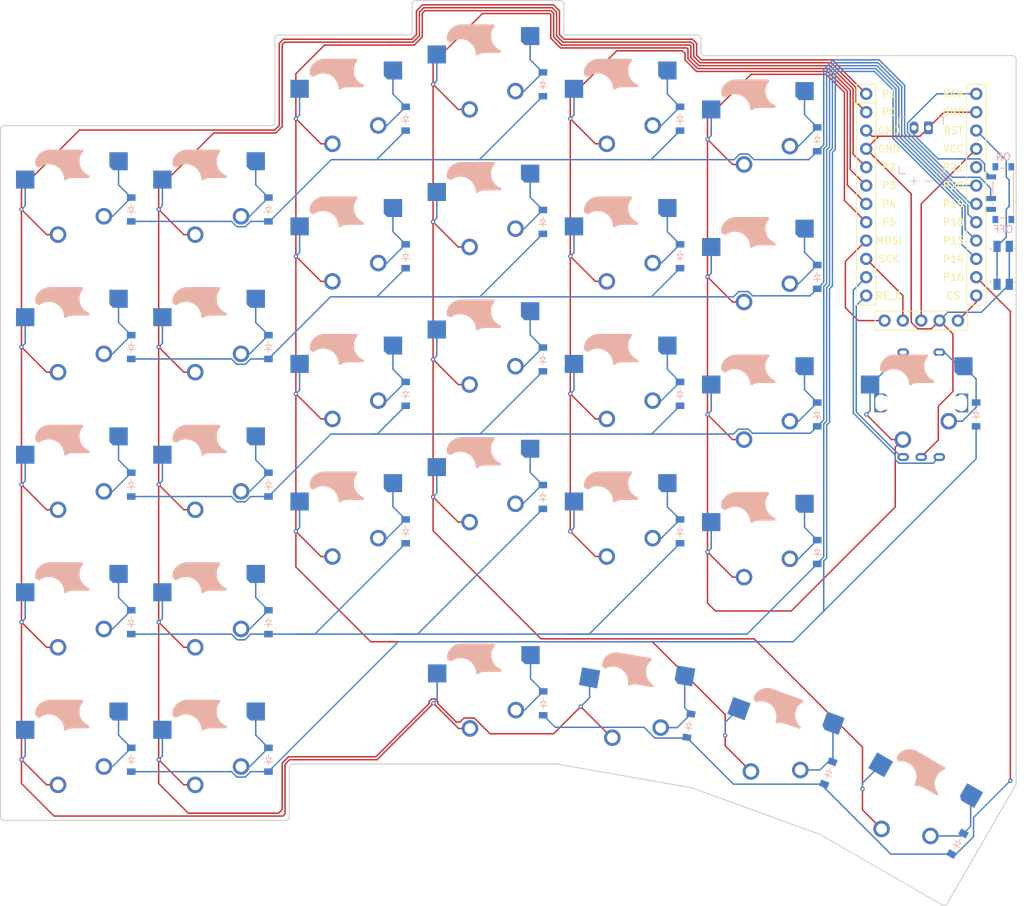
<source format=kicad_pcb>
(kicad_pcb (version 20240108) (generator "pcbnew") (generator_version "8.0")
  (title_block (title "clackr-left") (date "2024-08-11") (rev "v1.0.0") (company "Unknown"))
  (layers (0 "F.Cu" signal) (31 "B.Cu" signal) (34 "B.Paste" user) (35 "F.Paste" user) (36 "B.SilkS" user "B.Silkscreen") (37 "F.SilkS" user "F.Silkscreen") (38 "B.Mask" user) (39 "F.Mask" user) (44 "Edge.Cuts" user))
  (net 0 "")
  (net 1 "P1")
  (net 2 "P0")
  (net 3 "P2")
  (net 4 "P3")
  (net 5 "P4")
  (net 6 "P5")
  (net 7 "pinky0_modifiers")
  (net 8 "pinky0_bottom")
  (net 9 "pinky0_home")
  (net 10 "pinky0_top")
  (net 11 "pinky0_numerics")
  (net 12 "pinky1_modifiers")
  (net 13 "pinky1_bottom")
  (net 14 "pinky1_home")
  (net 15 "pinky1_top")
  (net 16 "pinky1_numerics")
  (net 17 "ring_bottom")
  (net 18 "ring_home")
  (net 19 "ring_top")
  (net 20 "ring_numerics")
  (net 21 "middle_bottom")
  (net 22 "middle_home")
  (net 23 "middle_top")
  (net 24 "middle_numerics")
  (net 25 "index0_bottom")
  (net 26 "index0_home")
  (net 27 "index0_top")
  (net 28 "index0_numerics")
  (net 29 "index1_bottom")
  (net 30 "index1_home")
  (net 31 "index1_top")
  (net 32 "index1_numerics")
  (net 33 "tucky_default")
  (net 34 "reachy_default")
  (net 35 "extra-reachy_default")
  (net 36 "extra-extra-reachy_default")
  (net 37 "encoder_default")
  (net 38 "P14")
  (net 39 "P15")
  (net 40 "P18")
  (net 41 "P19")
  (net 42 "P20")
  (net 43 "P16")
  (net 44 "RAW")
  (net 45 "GND")
  (net 46 "RST")
  (net 47 "VCC")
  (net 48 "P21")
  (net 49 "CS")
  (net 50 "MOSI")
  (net 51 "SCK")
  (net 52 "RE_A")
  (net 53 "RE_C")
  (net 54 "BAT_P")
  (footprint "ceoloide:rotary_encoder_ec11_ec12" (layer "F.Cu") (at 259.46 142.65)
    (property "Reference" "RE1" (hide yes))
    (property "Value" "")
  )
  (footprint "VIA-0.6mm" (layer "F.Cu") (at 232.315006 188.699322 -20)
    (property "Reference" "REF**" (hide yes))
    (property "Value" "VIA-0.6mm" (hide yes))
  )
  (footprint "VIA-0.6mm" (layer "F.Cu") (at 172.86 160.4425)
    (property "Reference" "REF**" (hide yes))
    (property "Value" "VIA-0.6mm" (hide yes))
  )
  (footprint "VIA-0.6mm" (layer "F.Cu") (at 134.86 192.0655)
    (property "Reference" "REF**" (hide yes))
    (property "Value" "VIA-0.6mm" (hide yes))
  )
  (footprint "VIA-0.6mm" (layer "F.Cu") (at 251.326331 196.10273 -30)
    (property "Reference" "REF**" (hide yes))
    (property "Value" "VIA-0.6mm" (hide yes))
  )
  (footprint "VIA-0.6mm" (layer "F.Cu") (at 172.86 122.3425)
    (property "Reference" "REF**" (hide yes))
    (property "Value" "VIA-0.6mm" (hide yes))
  )
  (footprint "VIA-0.6mm" (layer "F.Cu") (at 229.86 163.3)
    (property "Reference" "REF**" (hide yes))
    (property "Value" "VIA-0.6mm" (hide yes))
  )
  (footprint "VIA-0.6mm" (layer "F.Cu") (at 210.86 160.4425)
    (property "Reference" "REF**" (hide yes))
    (property "Value" "VIA-0.6mm" (hide yes))
  )
  (footprint "VIA-0.6mm" (layer "F.Cu") (at 153.86 192.0655)
    (property "Reference" "REF**" (hide yes))
    (property "Value" "VIA-0.6mm" (hide yes))
  )
  (footprint "VIA-0.6mm" (layer "F.Cu") (at 172.86 103.2925)
    (property "Reference" "REF**" (hide yes))
    (property "Value" "VIA-0.6mm" (hide yes))
  )
  (footprint "VIA-0.6mm" (layer "F.Cu") (at 134.86 173.0155)
    (property "Reference" "REF**" (hide yes))
    (property "Value" "VIA-0.6mm" (hide yes))
  )
  (footprint "VIA-0.6mm" (layer "F.Cu") (at 191.86 98.53)
    (property "Reference" "REF**" (hide yes))
    (property "Value" "VIA-0.6mm" (hide yes))
  )
  (footprint "VIA-0.6mm" (layer "F.Cu") (at 153.86 134.9155)
    (property "Reference" "REF**" (hide yes))
    (property "Value" "VIA-0.6mm" (hide yes))
  )
  (footprint "ceoloide:mcu_nice_nano" (layer "F.Cu") (at 259.46 112.55)
    (property "Reference" "MCU1" (hide yes))
    (property "Value" "")
  )
  (footprint "VIA-0.6mm" (layer "F.Cu") (at 229.86 144.25)
    (property "Reference" "REF**" (hide yes))
    (property "Value" "VIA-0.6mm" (hide yes))
  )
  (footprint "VIA-0.6mm" (layer "F.Cu") (at 210.86 122.3425)
    (property "Reference" "REF**" (hide yes))
    (property "Value" "VIA-0.6mm" (hide yes))
  )
  (footprint "VIA-0.6mm" (layer "F.Cu") (at 191.91 184.255)
    (property "Reference" "REF**" (hide yes))
    (property "Value" "VIA-0.6mm" (hide yes))
  )
  (footprint "ceoloide:display_nice_view" (layer "F.Cu") (at 259.46 114.55)
    (property "Reference" "DISP1" (hide yes))
    (property "Value" "")
  )
  (footprint "VIA-0.6mm" (layer "F.Cu") (at 191.86 155.68)
    (property "Reference" "REF**" (hide yes))
    (property "Value" "VIA-0.6mm" (hide yes))
  )
  (footprint "VIA-0.6mm" (layer "F.Cu") (at 229.86 106.15)
    (property "Reference" "REF**" (hide yes))
    (property "Value" "VIA-0.6mm" (hide yes))
  )
  (footprint "VIA-0.6mm" (layer "F.Cu") (at 172.86 141.3925)
    (property "Reference" "REF**" (hide yes))
    (property "Value" "VIA-0.6mm" (hide yes))
  )
  (footprint "VIA-0.6mm" (layer "F.Cu") (at 134.86 153.9655)
    (property "Reference" "REF**" (hide yes))
    (property "Value" "VIA-0.6mm" (hide yes))
  )
  (footprint "VIA-0.6mm" (layer "F.Cu") (at 229.86 125.2)
    (property "Reference" "REF**" (hide yes))
    (property "Value" "VIA-0.6mm" (hide yes))
  )
  (footprint "VIA-0.6mm" (layer "F.Cu") (at 212.306917 184.709671 -10)
    (property "Reference" "REF**" (hide yes))
    (property "Value" "VIA-0.6mm" (hide yes))
  )
  (footprint "VIA-0.6mm" (layer "F.Cu") (at 153.86 153.9655)
    (property "Reference" "REF**" (hide yes))
    (property "Value" "VIA-0.6mm" (hide yes))
  )
  (footprint "VIA-0.6mm" (layer "F.Cu") (at 191.86 117.58)
    (property "Reference" "REF**" (hide yes))
    (property "Value" "VIA-0.6mm" (hide yes))
  )
  (footprint "VIA-0.6mm" (layer "F.Cu") (at 191.86 136.63)
    (property "Reference" "REF**" (hide yes))
    (property "Value" "VIA-0.6mm" (hide yes))
  )
  (footprint "VIA-0.6mm" (layer "F.Cu") (at 210.86 141.3925)
    (property "Reference" "REF**" (hide yes))
    (property "Value" "VIA-0.6mm" (hide yes))
  )
  (footprint "VIA-0.6mm" (layer "F.Cu") (at 210.86 103.2925)
    (property "Reference" "REF**" (hide yes))
    (property "Value" "VIA-0.6mm" (hide yes))
  )
  (footprint "VIA-0.6mm" (layer "F.Cu") (at 134.86 134.9155)
    (property "Reference" "REF**" (hide yes))
    (property "Value" "VIA-0.6mm" (hide yes))
  )
  (footprint "VIA-0.6mm" (layer "F.Cu") (at 251.86 144.25)
    (property "Reference" "REF**" (hide yes))
    (property "Value" "VIA-0.6mm" (hide yes))
  )
  (footprint "VIA-0.6mm" (layer "F.Cu") (at 153.86 173.0155)
    (property "Reference" "REF**" (hide yes))
    (property "Value" "VIA-0.6mm" (hide yes))
  )
  (footprint "VIA-0.6mm" (layer "F.Cu") (at 153.86 115.8655)
    (property "Reference" "REF**" (hide yes))
    (property "Value" "VIA-0.6mm" (hide yes))
  )
  (footprint "VIA-0.6mm" (layer "F.Cu") (at 134.86 115.8655)
    (property "Reference" "REF**" (hide yes))
    (property "Value" "VIA-0.6mm" (hide yes))
  )
  (footprint "ceoloide:diode_tht_sod123" (layer "B.Cu") (at 188.06 141.3925 90)
    (property "Reference" "D12" (hide yes))
    (property "Value" "")
  )
  (footprint "ceoloide:switch_mx" (layer "B.Cu") (at 161.46 171.4155)
    (property "Reference" "S7" (hide yes))
    (property "Value" "")
  )
  (footprint "ceoloide:switch_mx" (layer "B.Cu") (at 180.46 158.8425)
    (property "Reference" "S11" (hide yes))
    (property "Value" "")
  )
  (footprint "ceoloide:diode_tht_sod123" (layer "B.Cu") (at 207.06 117.58 90)
    (property "Reference" "D17" (hide yes))
    (property "Value" "")
  )
  (footprint "ceoloide:switch_mx" (layer "B.Cu") (at 199.46 135.03)
    (property "Reference" "S16" (hide yes))
    (property "Value" "")
  )
  (footprint "ceoloide:switch_mx" (layer "B.Cu") (at 161.46 133.3155)
    (property "Reference" "S9" (hide yes))
    (property "Value" "")
  )
  (footprint "ceoloide:switch_mx" (layer "B.Cu") (at 237.46 123.6)
    (property "Reference" "S25" (hide yes))
    (property "Value" "")
  )
  (footprint "ceoloide:switch_mx" (layer "B.Cu") (at 142.46 190.4655)
    (property "Reference" "S1" (hide yes))
    (property "Value" "")
  )
  (footprint "ceoloide:reset_switch_smd_side" (layer "B.Cu") (at 270.81 123.6 -90)
    (property "Reference" "RST1" (hide yes))
    (property "Value" "")
  )
  (footprint "ceoloide:switch_mx" (layer "B.Cu") (at 142.46 114.2655)
    (property "Reference" "S5" (hide yes))
    (property "Value" "")
  )
  (footprint "ceoloide:switch_mx" (layer "B.Cu") (at 161.46 152.3655)
    (property "Reference" "S8" (hide yes))
    (property "Value" "")
  )
  (footprint "ceoloide:diode_tht_sod123" (layer "B.Cu") (at 188.06 122.3425 90)
    (property "Reference" "D13" (hide yes))
    (property "Value" "")
  )
  (footprint "ceoloide:switch_mx" (layer "B.Cu") (at 220.069293 184.453705 -10)
    (property "Reference" "S28" (hide yes))
    (property "Value" "")
  )
  (footprint "ceoloide:switch_mx" (layer "B.Cu") (at 258.708124 198.517089 -30)
    (property "Reference" "S30" (hide yes))
    (property "Value" "")
  )
  (footprint "ceoloide:switch_mx" (layer "B.Cu") (at 180.46 139.7925)
    (property "Reference" "S12" (hide yes))
    (property "Value" "")
  )
  (footprint "ceoloide:switch_mx" (layer "B.Cu") (at 142.46 171.4155)
    (property "Reference" "S2" (hide yes))
    (property "Value" "")
  )
  (footprint "ceoloide:switch_mx" (layer "B.Cu") (at 218.46 120.7425)
    (property "Reference" "S21" (hide yes))
    (property "Value" "")
  )
  (footprint "ceoloide:diode_tht_sod123" (layer "B.Cu") (at 150.06 173.0155 90)
    (property "Reference" "D2" (hide yes))
    (property "Value" "")
  )
  (footprint "ceoloide:diode_tht_sod123" (layer "B.Cu") (at 207.06 98.53 90)
    (property "Reference" "D18" (hide yes))
    (property "Value" "")
  )
  (footprint "ceoloide:switch_mx" (layer "B.Cu") (at 237.46 104.55)
    (property "Reference" "S26" (hide yes))
    (property "Value" "")
  )
  (footprint "ceoloide:switch_mx" (layer "B.Cu") (at 161.46 114.2655)
    (property "Reference" "S10" (hide yes))
    (property "Value" "")
  )
  (footprint "ceoloide:diode_tht_sod123" (layer "B.Cu") (at 267.06 144.25 90)
    (property "Reference" "D31" (hide yes))
    (property "Value" "")
  )
  (footprint "ceoloide:switch_mx" (layer "B.Cu") (at 240.003902 189.795167 -20)
    (property "Reference" "S29" (hide yes))
    (property "Value" "")
  )
  (footprint "ceoloide:diode_tht_sod123" (layer "B.Cu") (at 169.06 173.0155 90)
    (property "Reference" "D7" (hide yes))
    (property "Value" "")
  )
  (footprint "ceoloide:diode_tht_sod123" (layer "B.Cu") (at 207.06 155.68 90)
    (property "Reference" "D15" (hide yes))
    (property "Value" "")
  )
  (footprint "ceoloide:diode_tht_sod123" (layer "B.Cu") (at 169.06 115.8655 90)
    (property "Reference" "D10" (hide yes))
    (property "Value" "")
  )
  (footprint "ceoloide:diode_tht_sod123" (layer "B.Cu") (at 226.06 122.3425 90)
    (property "Reference" "D21" (hide yes))
    (property "Value" "")
  )
  (footprint "ceoloide:switch_mx" (layer "B.Cu") (at 180.46 120.7425)
    (property "Reference" "S13" (hide yes))
    (property "Value" "")
  )
  (footprint "ceoloide:diode_tht_sod123" (layer "B.Cu") (at 246.598333 193.898029 70)
    (property "Reference" "D29" (hide yes))
    (property "Value" "")
  )
  (footprint "ceoloide:switch_mx" (layer "B.Cu") (at 237.46 161.7)
    (property "Reference" "S23" (hide yes))
    (property "Value" "")
  )
  (footprint "ceoloide:switch_mx" (layer "B.Cu") (at 180.46 101.6925)
    (property "Reference" "S14" (hide yes))
    (property "Value" "")
  )
  (footprint "ceoloide:switch_mx" (layer "B.Cu") (at 237.46 142.65)
    (property "Reference" "S24" (hide yes))
    (property "Value" "")
  )
  (footprint "ceoloide:switch_mx" (layer "B.Cu") (at 142.46 152.3655)
    (property "Reference" "S3" (hide yes))
    (property "Value" "")
  )
  (footprint "ceoloide:switch_mx" (layer "B.Cu") (at 218.46 158.8425)
    (property "Reference" "S19" (hide yes))
    (property "Value" "")
  )
  (footprint "ceoloide:diode_tht_sod123" (layer "B.Cu") (at 226.06 141.3925 90)
    (property "Reference" "D20" (hide yes))
    (property "Value" "")
  )
  (footprint "ceoloide:diode_tht_sod123" (layer "B.Cu") (at 150.06 115.8655 90)
    (property "Reference" "D5" (hide yes))
    (property "Value" "")
  )
  (footprint "ceoloide:diode_tht_sod123" (layer "B.Cu") (at 245.06 106.15 90)
    (property "Reference" "D26" (hide yes))
    (property "Value" "")
  )
  (footprint "ceoloide:diode_tht_sod123" (layer "B.Cu") (at 150.06 192.0655 90)
    (property "Reference" "D1" (hide yes))
    (property "Value" "")
  )
  (footprint "ceoloide:switch_mx" (layer "B.Cu") (at 199.46 154.08)
    (property "Reference" "S15" (hide yes))
    (property "Value" "")
  )
  (footprint "ceoloide:diode_tht_sod123" (layer "B.Cu") (at 169.06 134.9155 90)
    (property "Reference" "D9" (hide yes))
    (property "Value" "")
  )
  (footprint "ceoloide:switch_mx" (layer "B.Cu") (at 142.46 133.3155)
    (property "Reference" "S4" (hide yes))
    (property "Value" "")
  )
  (footprint "ceoloide:switch_mx" (layer "B.Cu") (at 199.46 96.93)
    (property "Reference" "S18" (hide yes))
    (property "Value" "")
  )
  (footprint "ceoloide:diode_tht_sod123" (layer "B.Cu") (at 226.06 103.2925 90)
    (property "Reference" "D22" (hide yes))
    (property "Value" "")
  )
  (footprint "ceoloide:switch_mx" (layer "B.Cu") (at 259.46 142.65)
    (property "Reference" "S31" (hide yes))
    (property "Value" "")
  )
  (footprint "ceoloide:diode_tht_sod123" (layer "B.Cu") (at 245.06 163.3 90)
    (property "Reference" "D23" (hide yes))
    (property "Value" "")
  )
  (footprint "ceoloide:switch_mx" (layer "B.Cu") (at 218.46 139.7925)
    (property "Reference" "S20" (hide yes))
    (property "Value" "")
  )
  (footprint "ceoloide:diode_tht_sod123" (layer "B.Cu") (at 207.11 184.255 90)
    (property "Reference" "D27" (hide yes))
    (property "Value" "")
  )
  (footprint "ceoloide:diode_tht_sod123" (layer "B.Cu") (at 207.06 136.63 90)
    (property "Reference" "D16" (hide yes))
    (property "Value" "")
  )
  (footprint "ceoloide:diode_tht_sod123" (layer "B.Cu") (at 227.275995 187.349124 80)
    (property "Reference" "D28" (hide yes))
    (property "Value" "")
  )
  (footprint "ceoloide:diode_tht_sod123" (layer "B.Cu") (at 188.06 160.4425 90)
    (property "Reference" "D11" (hide yes))
    (property "Value" "")
  )
  (footprint "ceoloide:switch_mx" (layer "B.Cu") (at 199.51 182.655)
    (property "Reference" "S27" (hide yes))
    (property "Value" "")
  )
  (footprint "ceoloide:diode_tht_sod123" (layer "B.Cu") (at 245.06 125.2 90)
    (property "Reference" "D25" (hide yes))
    (property "Value" "")
  )
  (footprint "ceoloide:diode_tht_sod123" (layer "B.Cu") (at 188.06 103.2925 90)
    (property "Reference" "D14" (hide yes))
    (property "Value" "")
  )
  (footprint "ceoloide:diode_tht_sod123" (layer "B.Cu") (at 169.06 153.9655 90)
    (property "Reference" "D8" (hide yes))
    (property "Value" "")
  )
  (footprint "ceoloide:diode_tht_sod123" (layer "B.Cu") (at 169.06 192.0655 90)
    (property "Reference" "D6" (hide yes))
    (property "Value" "")
  )
  (footprint "ceoloide:power_switch_smd_side" (layer "B.Cu") (at 270.81 113.6)
    (property "Reference" "PWR1" (hide yes))
    (property "Value" "")
  )
  (footprint "ceoloide:battery_connector_jst_ph_2" (layer "B.Cu") (at 259.46 104.55)
    (property "Reference" "JST1" (hide yes))
    (property "Value" "")
  )
  (footprint "ceoloide:diode_tht_sod123" (layer "B.Cu") (at 245.06 144.25 90)
    (property "Reference" "D24" (hide yes))
    (property "Value" "")
  )
  (footprint "ceoloide:switch_mx" (layer "B.Cu") (at 218.46 101.6925)
    (property "Reference" "S22" (hide yes))
    (property "Value" "")
  )
  (footprint "ceoloide:diode_tht_sod123" (layer "B.Cu") (at 226.06 160.4425 90)
    (property "Reference" "D19" (hide yes))
    (property "Value" "")
  )
  (footprint "ceoloide:diode_tht_sod123" (layer "B.Cu") (at 150.06 153.9655 90)
    (property "Reference" "D3" (hide yes))
    (property "Value" "")
  )
  (footprint "ceoloide:switch_mx" (layer "B.Cu") (at 161.46 190.4655)
    (property "Reference" "S6" (hide yes))
    (property "Value" "")
  )
  (footprint "ceoloide:switch_mx" (layer "B.Cu") (at 199.46 115.98)
    (property "Reference" "S17" (hide yes))
    (property "Value" "")
  )
  (footprint "ceoloide:diode_tht_sod123" (layer "B.Cu") (at 264.489917 203.70273 60)
    (property "Reference" "D30" (hide yes))
    (property "Value" "")
  )
  (footprint "ceoloide:diode_tht_sod123" (layer "B.Cu") (at 150.06 134.9155 90)
    (property "Reference" "D4" (hide yes))
    (property "Value" "")
  )
  (gr_arc (start 263.051391 211.994331) (mid 262.747789 212.227265) (end 262.368378 212.177343) (stroke (width 0.15)) (layer "Edge.Cuts"))
  (gr_line (start 172.46 192.6625) (end 190.96 192.6625) (stroke (width 0.15)) (layer "Edge.Cuts"))
  (gr_line (start 131.96 199.9655) (end 131.96 104.7655) (stroke (width 0.15)) (layer "Edge.Cuts"))
  (gr_arc (start 131.96 104.7655) (mid 132.106447 104.411947) (end 132.46 104.2655) (stroke (width 0.15)) (layer "Edge.Cuts"))
  (gr_arc (start 227.629099 195.940969) (mid 227.671685 195.950409) (end 227.713285 195.963527) (stroke (width 0.15)) (layer "Edge.Cuts"))
  (gr_line (start 188.96 87.43) (end 188.96 91.1925) (stroke (width 0.15)) (layer "Edge.Cuts"))
  (gr_line (start 272.607 95.05) (end 272.607 195.183789) (stroke (width 0.15)) (layer "Edge.Cuts"))
  (gr_line (start 229.46 94.55) (end 272.107 94.55) (stroke (width 0.15)) (layer "Edge.Cuts"))
  (gr_line (start 227.713285 195.963527) (end 245.454116 202.420661) (stroke (width 0.15)) (layer "Edge.Cuts"))
  (gr_arc (start 132.46 200.4655) (mid 132.106447 200.319053) (end 131.96 199.9655) (stroke (width 0.15)) (layer "Edge.Cuts"))
  (gr_line (start 190.96 192.655) (end 208.949698 192.655) (stroke (width 0.15)) (layer "Edge.Cuts"))
  (gr_line (start 209.036523 192.662596) (end 227.629099 195.940969) (stroke (width 0.15)) (layer "Edge.Cuts"))
  (gr_line (start 132.46 104.2655) (end 169.46 104.2655) (stroke (width 0.15)) (layer "Edge.Cuts"))
  (gr_arc (start 208.949698 192.655) (mid 208.993276 192.656902) (end 209.036523 192.662596) (stroke (width 0.15)) (layer "Edge.Cuts"))
  (gr_line (start 245.533106 202.457494) (end 262.368378 212.177344) (stroke (width 0.15)) (layer "Edge.Cuts"))
  (gr_line (start 263.051391 211.994331) (end 272.551391 195.539848) (stroke (width 0.15)) (layer "Edge.Cuts"))
  (gr_arc (start 245.454116 202.420661) (mid 245.494415 202.437354) (end 245.533106 202.457494) (stroke (width 0.15)) (layer "Edge.Cuts"))
  (gr_arc (start 210.46 91.6925) (mid 210.106447 91.546053) (end 209.96 91.1925) (stroke (width 0.15)) (layer "Edge.Cuts"))
  (gr_line (start 209.46 86.93) (end 189.46 86.93) (stroke (width 0.15)) (layer "Edge.Cuts"))
  (gr_arc (start 188.96 91.1925) (mid 188.813553 91.546053) (end 188.46 91.6925) (stroke (width 0.15)) (layer "Edge.Cuts"))
  (gr_arc (start 171.96 193.1625) (mid 172.106447 192.808947) (end 172.46 192.6625) (stroke (width 0.15)) (layer "Edge.Cuts"))
  (gr_line (start 171.96 199.9655) (end 171.96 193.1625) (stroke (width 0.15)) (layer "Edge.Cuts"))
  (gr_line (start 190.96 192.655) (end 190.96 192.6625) (stroke (width 0.15)) (layer "Edge.Cuts"))
  (gr_arc (start 209.46 86.93) (mid 209.813553 87.076447) (end 209.96 87.43) (stroke (width 0.15)) (layer "Edge.Cuts"))
  (gr_arc (start 171.96 199.9655) (mid 171.813553 200.319053) (end 171.46 200.4655) (stroke (width 0.15)) (layer "Edge.Cuts"))
  (gr_line (start 169.96 103.7655) (end 169.96 92.1925) (stroke (width 0.15)) (layer "Edge.Cuts"))
  (gr_arc (start 272.107 94.55) (mid 272.460553 94.696447) (end 272.607 95.05) (stroke (width 0.15)) (layer "Edge.Cuts"))
  (gr_arc (start 188.96 87.43) (mid 189.106447 87.076447) (end 189.46 86.93) (stroke (width 0.15)) (layer "Edge.Cuts"))
  (gr_arc (start 169.96 92.1925) (mid 170.106447 91.838947) (end 170.46 91.6925) (stroke (width 0.15)) (layer "Edge.Cuts"))
  (gr_arc (start 169.96 103.7655) (mid 169.813553 104.119053) (end 169.46 104.2655) (stroke (width 0.15)) (layer "Edge.Cuts"))
  (gr_line (start 228.46 91.6925) (end 210.46 91.6925) (stroke (width 0.15)) (layer "Edge.Cuts"))
  (gr_line (start 228.96 94.05) (end 228.96 92.1925) (stroke (width 0.15)) (layer "Edge.Cuts"))
  (gr_line (start 188.46 91.6925) (end 170.46 91.6925) (stroke (width 0.15)) (layer "Edge.Cuts"))
  (gr_arc (start 272.607 195.183789) (mid 272.612373 195.366997) (end 272.551391 195.539848) (stroke (width 0.15)) (layer "Edge.Cuts"))
  (gr_arc (start 228.46 91.6925) (mid 228.813553 91.838947) (end 228.96 92.1925) (stroke (width 0.15)) (layer "Edge.Cuts"))
  (gr_arc (start 229.46 94.55) (mid 229.106447 94.403553) (end 228.96 94.05) (stroke (width 0.15)) (layer "Edge.Cuts"))
  (gr_line (start 132.46 200.4655) (end 171.46 200.4655) (stroke (width 0.15)) (layer "Edge.Cuts"))
  (gr_line (start 209.96 91.1925) (end 209.96 87.43) (stroke (width 0.15)) (layer "Edge.Cuts"))
  (gr_text "CS" (at 263.93 127.79 0) (layer "F.SilkS") (effects (font (size 1 1))))
  (segment (start 172.46 92.2925) (end 172.460268 92.292768) (width 0.2) (layer "F.Cu") (net 1))
  (segment (start 138.34 195.5455) (end 139.92 195.5455) (width 0.2) (layer "F.Cu") (net 1))
  (segment (start 134.86 173.0155) (end 134.86 192.0655) (width 0.2) (layer "F.Cu") (net 1))
  (segment (start 228.36 92.8655) (end 228.36 94.509682) (width 0.2) (layer "F.Cu") (net 1))
  (segment (start 247.14 95.15) (end 251.84 99.85) (width 0.2) (layer "F.Cu") (net 1))
  (segment (start 170.56 92.8655) (end 171.133 92.2925) (width 0.2) (layer "F.Cu") (net 1))
  (segment (start 134.86 134.9155) (end 134.86 153.9655) (width 0.2) (layer "F.Cu") (net 1))
  (segment (start 134.86 192.0655) (end 134.86 195.3655) (width 0.2) (layer "F.Cu") (net 1))
  (segment (start 134.86 153.9655) (end 138.34 157.4455) (width 0.2) (layer "F.Cu") (net 1))
  (segment (start 134.86 134.9155) (end 138.34 138.3955) (width 0.2) (layer "F.Cu") (net 1))
  (segment (start 149.460268 104.865768) (end 169.919414 104.865768) (width 0.2) (layer "F.Cu") (net 1))
  (segment (start 172.460268 92.292768) (end 188.919414 92.292768) (width 0.2) (layer "F.Cu") (net 1))
  (segment (start 209.36 88.3655) (end 209.36 91.652182) (width 0.2) (layer "F.Cu") (net 1))
  (segment (start 172.000318 192.0625) (end 184.1025 192.0625) (width 0.2) (layer "F.Cu") (net 1))
  (segment (start 138.34 138.3955) (end 139.92 138.3955) (width 0.2) (layer "F.Cu") (net 1))
  (segment (start 138.34 157.4455) (end 139.92 157.4455) (width 0.2) (layer "F.Cu") (net 1))
  (segment (start 189.56 91.648196) (end 189.56 88.3655) (width 0.2) (layer "F.Cu") (net 1))
  (segment (start 169.919414 104.865768) (end 170.56 104.225182) (width 0.2) (layer "F.Cu") (net 1))
  (segment (start 190.3955 87.53) (end 208.5245 87.53) (width 0.2) (layer "F.Cu") (net 1))
  (segment (start 134.86 112.899205) (end 142.893705 104.8655) (width 0.2) (layer "F.Cu") (net 1))
  (segment (start 134.86 115.8655) (end 134.86 112.899205) (width 0.2) (layer "F.Cu") (net 1))
  (segment (start 171.36 192.702818) (end 172.000318 192.0625) (width 0.2) (layer "F.Cu") (net 1))
  (segment (start 138.34 119.3455) (end 139.92 119.3455) (width 0.2) (layer "F.Cu") (net 1))
  (segment (start 139.36 199.8655) (end 171.06 199.8655) (width 0.2) (layer "F.Cu") (net 1))
  (segment (start 229.000318 95.15) (end 247.14 95.15) (width 0.2) (layer "F.Cu") (net 1))
  (segment (start 208.5245 87.53) (end 209.36 88.3655) (width 0.2) (layer "F.Cu") (net 1))
  (segment (start 134.86 153.9655) (end 134.86 173.0155) (width 0.2) (layer "F.Cu") (net 1))
  (segment (start 134.86 115.8655) (end 138.34 119.3455) (width 0.2) (layer "F.Cu") (net 1))
  (segment (start 228.36 94.509682) (end 229.000318 95.15) (width 0.2) (layer "F.Cu") (net 1))
  (segment (start 142.893705 104.8655) (end 149.46 104.8655) (width 0.2) (layer "F.Cu") (net 1))
  (segment (start 209.36 91.652182) (end 210.000318 92.2925) (width 0.2) (layer "F.Cu") (net 1))
  (segment (start 138.34 176.4955) (end 139.92 176.4955) (width 0.2) (layer "F.Cu") (net 1))
  (segment (start 184.1025 192.0625) (end 191.91 184.255) (width 0.2) (layer "F.Cu") (net 1))
  (segment (start 189.561993 91.650189) (end 189.56 91.648196) (width 0.2) (layer "F.Cu") (net 1))
  (segment (start 191.91 184.255) (end 195.39 187.735) (width 0.2) (layer "F.Cu") (net 1))
  (segment (start 171.06 199.8655) (end 171.36 199.5655) (width 0.2) (layer "F.Cu") (net 1))
  (segment (start 195.39 187.735) (end 196.97 187.735) (width 0.2) (layer "F.Cu") (net 1))
  (segment (start 227.787 92.2925) (end 228.36 92.8655) (width 0.2) (layer "F.Cu") (net 1))
  (segment (start 149.46 104.8655) (end 149.460268 104.865768) (width 0.2) (layer "F.Cu") (net 1))
  (segment (start 170.56 104.225182) (end 170.56 92.8655) (width 0.2) (layer "F.Cu") (net 1))
  (segment (start 171.36 199.5655) (end 171.36 192.702818) (width 0.2) (layer "F.Cu") (net 1))
  (segment (start 189.56 88.3655) (end 190.3955 87.53) (width 0.2) (layer "F.Cu") (net 1))
  (segment (start 134.86 173.0155) (end 138.34 176.4955) (width 0.2) (layer "F.Cu") (net 1))
  (segment (start 210.000318 92.2925) (end 227.787 92.2925) (width 0.2) (layer "F.Cu") (net 1))
  (segment (start 188.919414 92.292768) (end 189.561993 91.650189) (width 0.2) (layer "F.Cu") (net 1))
  (segment (start 134.86 115.8655) (end 134.86 134.9155) (width 0.2) (layer "F.Cu") (net 1))
  (segment (start 134.86 192.0655) (end 138.34 195.5455) (width 0.2) (layer "F.Cu") (net 1))
  (segment (start 171.133 92.2925) (end 172.46 92.2925) (width 0.2) (layer "F.Cu") (net 1))
  (segment (start 134.86 195.3655) (end 139.36 199.8655) (width 0.2) (layer "F.Cu") (net 1))
  (segment (start 135.375 134.4005) (end 134.86 134.9155) (width 0.2) (layer "B.Cu") (net 1))
  (segment (start 192.425 180.115) (end 192.425 183.74) (width 0.2) (layer "B.Cu") (net 1))
  (segment (start 135.375 130.7755) (end 135.375 134.4005) (width 0.2) (layer "B.Cu") (net 1))
  (segment (start 135.375 168.8755) (end 135.375 172.5005) (width 0.2) (layer "B.Cu") (net 1))
  (segment (start 135.375 115.3505) (end 134.86 115.8655) (width 0.2) (layer "B.Cu") (net 1))
  (segment (start 135.375 149.8255) (end 135.375 153.4505) (width 0.2) (layer "B.Cu") (net 1))
  (segment (start 135.375 191.5505) (end 134.86 192.0655) (width 0.2) (layer "B.Cu") (net 1))
  (segment (start 135.375 172.5005) (end 134.86 173.0155) (width 0.2) (layer "B.Cu") (net 1))
  (segment (start 135.375 153.4505) (end 134.86 153.9655) (width 0.2) (layer "B.Cu") (net 1))
  (segment (start 135.375 111.7255) (end 135.375 115.3505) (width 0.2) (layer "B.Cu") (net 1))
  (segment (start 135.375 187.9255) (end 135.375 191.5505) (width 0.2) (layer "B.Cu") (net 1))
  (segment (start 192.425 183.74) (end 191.91 184.255) (width 0.2) (layer "B.Cu") (net 1))
  (segment (start 251.84 102.39) (end 250.424907 100.974907) (width 0.2) (layer "F.Cu") (net 2))
  (segment (start 197.567711 186.292) (end 199.741211 188.4655) (width 0.2) (layer "F.Cu") (net 2))
  (segment (start 228.834633 95.55) (end 227.96 94.675367) (width 0.2) (layer "F.Cu") (net 2))
  (segment (start 157.34 176.4955) (end 158.92 176.4955) (width 0.2) (layer "F.Cu") (net 2))
  (segment (start 153.86 153.9655) (end 157.34 157.4455) (width 0.2) (layer "F.Cu") (net 2))
  (segment (start 191.661471 183.655) (end 192.158529 183.655) (width 0.2) (layer "F.Cu") (net 2))
  (segment (start 153.86 115.8655) (end 157.34 119.3455) (width 0.2) (layer "F.Cu") (net 2))
  (segment (start 183.936814 191.6625) (end 191.296907 184.302407) (width 0.2) (layer "F.Cu") (net 2))
  (segment (start 196.1335 186.292) (end 197.567711 186.292) (width 0.2) (layer "F.Cu") (net 2))
  (segment (start 189.96 88.531186) (end 189.961993 88.533179) (width 0.2) (layer "F.Cu") (net 2))
  (segment (start 190.561186 87.93) (end 189.96 88.531186) (width 0.2) (layer "F.Cu") (net 2))
  (segment (start 153.86 134.9155) (end 157.34 138.3955) (width 0.2) (layer "F.Cu") (net 2))
  (segment (start 227.96 93.031186) (end 227.621314 92.6925) (width 0.2) (layer "F.Cu") (net 2))
  (segment (start 208.96 91.817868) (end 208.96 88.531186) (width 0.2) (layer "F.Cu") (net 2))
  (segment (start 170.96 198.9655) (end 170.96 192.537132) (width 0.2) (layer "F.Cu") (net 2))
  (segment (start 157.34 138.3955) (end 158.92 138.3955) (width 0.2) (layer "F.Cu") (net 2))
  (segment (start 153.86 134.9155) (end 153.86 153.9655) (width 0.2) (layer "F.Cu") (net 2))
  (segment (start 227.96 94.675367) (end 227.96 93.031186) (width 0.2) (layer "F.Cu") (net 2))
  (segment (start 153.86 173.0155) (end 157.34 176.4955) (width 0.2) (layer "F.Cu") (net 2))
  (segment (start 250.424907 100.974907) (end 250.424907 99.000593) (width 0.2) (layer "F.Cu") (net 2))
  (segment (start 216.612708 189.015462) (end 216.685749 189.015462) (width 0.2) (layer "F.Cu") (net 2))
  (segment (start 157.34 157.4455) (end 158.92 157.4455) (width 0.2) (layer "F.Cu") (net 2))
  (segment (start 157.34 119.3455) (end 158.92 119.3455) (width 0.2) (layer "F.Cu") (net 2))
  (segment (start 192.51 184.289314) (end 195.073093 186.852407) (width 0.2) (layer "F.Cu") (net 2))
  (segment (start 153.86 192.0655) (end 157.34 195.5455) (width 0.2) (layer "F.Cu") (net 2))
  (segment (start 246.974314 95.55) (end 228.834633 95.55) (width 0.2) (layer "F.Cu") (net 2))
  (segment (start 208.96 88.531186) (end 208.358814 87.93) (width 0.2) (layer "F.Cu") (net 2))
  (segment (start 209.834632 92.6925) (end 208.96 91.817868) (width 0.2) (layer "F.Cu") (net 2))
  (segment (start 189.961993 91.815875) (end 189.0851 92.692768) (width 0.2) (layer "F.Cu") (net 2))
  (segment (start 153.86 192.0655) (end 153.86 195.3655) (width 0.2) (layer "F.Cu") (net 2))
  (segment (start 185.96 92.692768) (end 185.959732 92.6925) (width 0.2) (layer "F.Cu") (net 2))
  (segment (start 157.96 199.4655) (end 170.46 199.4655) (width 0.2) (layer "F.Cu") (net 2))
  (segment (start 195.073093 186.852407) (end 195.573093 186.852407) (width 0.2) (layer "F.Cu") (net 2))
  (segment (start 171.834632 191.6625) (end 183.936814 191.6625) (width 0.2) (layer "F.Cu") (net 2))
  (segment (start 250.424907 99.000593) (end 246.974314 95.55) (width 0.2) (layer "F.Cu") (net 2))
  (segment (start 170.96 104.390868) (end 170.0851 105.265768) (width 0.2) (layer "F.Cu") (net 2))
  (segment (start 170.46 199.4655) (end 170.96 198.9655) (width 0.2) (layer "F.Cu") (net 2))
  (segment (start 191.296907 184.019564) (end 191.661471 183.655) (width 0.2) (layer "F.Cu") (net 2))
  (segment (start 170.96 192.537132) (end 171.834632 191.6625) (width 0.2) (layer "F.Cu") (net 2))
  (segment (start 170.96 93.031186) (end 170.96 104.390868) (width 0.2) (layer "F.Cu") (net 2))
  (segment (start 161.493437 105.265768) (end 153.86 112.899205) (width 0.2) (layer "F.Cu") (net 2))
  (segment (start 153.86 115.8655) (end 153.86 134.9155) (width 0.2) (layer "F.Cu") (net 2))
  (segment (start 227.621314 92.6925) (end 209.834632 92.6925) (width 0.2) (layer "F.Cu") (net 2))
  (segment (start 208.551088 188.4655) (end 212.306917 184.709671) (width 0.2) (layer "F.Cu") (net 2))
  (segment (start 185.959732 92.6925) (end 171.298686 92.6925) (width 0.2) (layer "F.Cu") (net 2))
  (segment (start 208.358814 87.93) (end 190.561186 87.93) (width 0.2) (layer "F.Cu") (net 2))
  (segment (start 153.86 195.3655) (end 157.96 199.4655) (width 0.2) (layer "F.Cu") (net 2))
  (segment (start 192.51 184.006471) (end 192.51 184.289314) (width 0.2) (layer "F.Cu") (net 2))
  (segment (start 195.573093 186.852407) (end 196.1335 186.292) (width 0.2) (layer "F.Cu") (net 2))
  (segment (start 170.0851 105.265768) (end 161.493437 105.265768) (width 0.2) (layer "F.Cu") (net 2))
  (segment (start 199.741211 188.4655) (end 208.551088 188.4655) (width 0.2) (layer "F.Cu") (net 2))
  (segment (start 153.86 173.0155) (end 153.86 192.0655) (width 0.2) (layer "F.Cu") (net 2))
  (segment (start 212.306917 184.709671) (end 216.612708 189.015462) (width 0.2) (layer "F.Cu") (net 2))
  (segment (start 189.961993 88.533179) (end 189.961993 91.815875) (width 0.2) (layer "F.Cu") (net 2))
  (segment (start 192.158529 183.655) (end 192.51 184.006471) (width 0.2) (layer "F.Cu") (net 2))
  (segment (start 153.86 112.899205) (end 153.86 115.8655) (width 0.2) (layer "F.Cu") (net 2))
  (segment (start 191.296907 184.302407) (end 191.296907 184.019564) (width 0.2) (layer "F.Cu") (net 2))
  (segment (start 171.298686 92.6925) (end 170.96 93.031186) (width 0.2) (layer "F.Cu") (net 2))
  (segment (start 157.34 195.5455) (end 158.92 195.5455) (width 0.2) (layer "F.Cu") (net 2))
  (segment (start 189.0851 92.692768) (end 185.96 92.692768) (width 0.2) (layer "F.Cu") (net 2))
  (segment (start 153.86 153.9655) (end 153.86 173.0155) (width 0.2) (layer "F.Cu") (net 2))
  (segment (start 154.375 111.7255) (end 154.375 115.3505) (width 0.2) (layer "B.Cu") (net 2))
  (segment (start 154.375 168.8755) (end 154.375 172.5005) (width 0.2) (layer "B.Cu") (net 2))
  (segment (start 213.532996 183.483592) (end 212.306917 184.709671) (width 0.2) (layer "B.Cu") (net 2))
  (segment (start 154.375 130.7755) (end 154.375 134.4005) (width 0.2) (layer "B.Cu") (net 2))
  (segment (start 154.375 115.3505) (end 153.86 115.8655) (width 0.2) (layer "B.Cu") (net 2))
  (segment (start 154.375 134.4005) (end 153.86 134.9155) (width 0.2) (layer "B.Cu") (net 2))
  (segment (start 154.375 153.4505) (end 153.86 153.9655) (width 0.2) (layer "B.Cu") (net 2))
  (segment (start 154.375 191.5505) (end 153.86 192.0655) (width 0.2) (layer "B.Cu") (net 2))
  (segment (start 213.532996 180.721996) (end 213.532996 183.483592) (width 0.2) (layer "B.Cu") (net 2))
  (segment (start 154.375 187.9255) (end 154.375 191.5505) (width 0.2) (layer "B.Cu") (net 2))
  (segment (start 154.375 149.8255) (end 154.375 153.4505) (width 0.2) (layer "B.Cu") (net 2))
  (segment (start 154.375 172.5005) (end 153.86 173.0155) (width 0.2) (layer "B.Cu") (net 2))
  (segment (start 172.86 160.4425) (end 176.34 163.9225) (width 0.2) (layer "F.Cu") (net 3))
  (segment (start 190.726872 88.33) (end 190.361993 88.694879) (width 0.2) (layer "F.Cu") (net 3))
  (segment (start 209.668946 93.0925) (end 208.56 91.983554) (width 0.2) (layer "F.Cu") (net 3))
  (segment (start 172.86 141.3925) (end 172.86 160.4425) (width 0.2) (layer "F.Cu") (net 3))
  (segment (start 190.361993 88.694879) (end 190.361993 91.981561) (width 0.2) (layer "F.Cu") (net 3))
  (segment (start 178.96 93.0925) (end 178.960268 93.092768) (width 0.2) (layer "F.Cu") (net 3))
  (segment (start 178.960268 93.092768) (end 185.96 93.092768) (width 0.2) (layer "F.Cu") (net 3))
  (segment (start 189.250786 93.092768) (end 185.96 93.092768) (width 0.2) (layer "F.Cu") (net 3))
  (segment (start 251.84 110.01) (end 250.024907 108.194907) (width 0.2) (layer "F.Cu") (net 3))
  (segment (start 208.56 88.696872) (end 208.193128 88.33) (width 0.2) (layer "F.Cu") (net 3))
  (segment (start 208.56 91.983554) (end 208.56 88.696872) (width 0.2) (layer "F.Cu") (net 3))
  (segment (start 246.808628 95.95) (end 228.668947 95.95) (width 0.2) (layer "F.Cu") (net 3))
  (segment (start 172.86 160.4425) (end 172.86 165.3655) (width 0.2) (layer "F.Cu") (net 3))
  (segment (start 172.86 165.3655) (end 183.2195 175.725) (width 0.2) (layer "F.Cu") (net 3))
  (segment (start 183.2195 175.725) (end 222.2195 175.725) (width 0.2) (layer "F.Cu") (net 3))
  (segment (start 222.2195 175.725) (end 232.315006 185.820506) (width 0.2) (layer "F.Cu") (net 3))
  (segment (start 176.34 125.8225) (end 177.92 125.8225) (width 0.2) (layer "F.Cu") (net 3))
  (segment (start 185.96 93.092768) (end 185.959732 93.0925) (width 0.2) (layer "F.Cu") (net 3))
  (segment (start 232.315006 188.699322) (end 232.315006 190.13546) (width 0.2) (layer "F.Cu") (net 3))
  (segment (start 227.455628 93.0925) (end 209.668946 93.0925) (width 0.2) (layer "F.Cu") (net 3))
  (segment (start 176.34 106.7725) (end 177.92 106.7725) (width 0.2) (layer "F.Cu") (net 3))
  (segment (start 227.56 93.196872) (end 227.455628 93.0925) (width 0.2) (layer "F.Cu") (net 3))
  (segment (start 228.668947 95.95) (end 227.56 94.841053) (width 0.2) (layer "F.Cu") (net 3))
  (segment (start 208.193128 88.33) (end 190.726872 88.33) (width 0.2) (layer "F.Cu") (net 3))
  (segment (start 176.833 93.0925) (end 178.96 93.0925) (width 0.2) (layer "F.Cu") (net 3))
  (segment (start 250.024907 108.194907) (end 250.024907 99.166279) (width 0.2) (layer "F.Cu") (net 3))
  (segment (start 232.315006 190.13546) (end 235.87962 193.700074) (width 0.2) (layer "F.Cu") (net 3))
  (segment (start 172.86 103.2925) (end 172.86 97.0655) (width 0.2) (layer "F.Cu") (net 3))
  (segment (start 172.86 103.2925) (end 172.86 122.3425) (width 0.2) (layer "F.Cu") (net 3))
  (segment (start 250.024907 99.166279) (end 246.808628 95.95) (width 0.2) (layer "F.Cu") (net 3))
  (segment (start 176.34 144.8725) (end 177.92 144.8725) (width 0.2) (layer "F.Cu") (net 3))
  (segment (start 172.86 141.3925) (end 176.34 144.8725) (width 0.2) (layer "F.Cu") (net 3))
  (segment (start 232.315006 185.820506) (end 232.315006 188.699322) (width 0.2) (layer "F.Cu") (net 3))
  (segment (start 172.86 122.3425) (end 172.86 141.3925) (width 0.2) (layer "F.Cu") (net 3))
  (segment (start 227.56 94.841053) (end 227.56 93.196872) (width 0.2) (layer "F.Cu") (net 3))
  (segment (start 172.86 122.3425) (end 176.34 125.8225) (width 0.2) (layer "F.Cu") (net 3))
  (segment (start 172.86 97.0655) (end 176.833 93.0925) (width 0.2) (layer "F.Cu") (net 3))
  (segment (start 172.86 103.2925) (end 176.34 106.7725) (width 0.2) (layer "F.Cu") (net 3))
  (segment (start 176.34 163.9225) (end 177.92 163.9225) (width 0.2) (layer "F.Cu") (net 3))
  (segment (start 190.361993 91.981561) (end 189.250786 93.092768) (width 0.2) (layer "F.Cu") (net 3))
  (segment (start 173.375 99.1525) (end 173.375 102.7775) (width 0.2) (layer "B.Cu") (net 3))
  (segment (start 234.214911 184.985135) (end 232.315006 186.88504) (width 0.2) (layer "B.Cu") (net 3))
  (segment (start 173.375 159.9275) (end 172.86 160.4425) (width 0.2) (layer "B.Cu") (net 3))
  (segment (start 173.375 121.8275) (end 172.86 122.3425) (width 0.2) (layer "B.Cu") (net 3))
  (segment (start 232.315006 186.88504) (end 232.315006 188.699322) (width 0.2) (layer "B.Cu") (net 3))
  (segment (start 173.375 102.7775) (end 172.86 103.2925) (width 0.2) (layer "B.Cu") (net 3))
  (segment (start 173.375 118.2025) (end 173.375 121.8275) (width 0.2) (layer "B.Cu") (net 3))
  (segment (start 173.375 137.2525) (end 173.375 140.8775) (width 0.2) (layer "B.Cu") (net 3))
  (segment (start 173.375 156.3025) (end 173.375 159.9275) (width 0.2) (layer "B.Cu") (net 3))
  (segment (start 173.375 140.8775) (end 172.86 141.3925) (width 0.2) (layer "B.Cu") (net 3))
  (segment (start 191.86 98.53) (end 195.34 102.01) (width 0.2) (layer "F.Cu") (net 4))
  (segment (start 226.987 93.4925) (end 209.50326 93.4925) (width 0.2) (layer "F.Cu") (net 4))
  (segment (start 195.34 159.16) (end 196.92 159.16) (width 0.2) (layer "F.Cu") (net 4))
  (segment (start 206.8195 175.325) (end 236.3195 175.325) (width 0.2) (layer "F.Cu") (net 4))
  (segment (start 236.3195 175.325) (end 251.326331 190.331831) (width 0.2) (layer "F.Cu") (net 4))
  (segment (start 227.16 95.006739) (end 227.16 93.6655) (width 0.2) (layer "F.Cu") (net 4))
  (segment (start 251.84 112.55) (end 249.624907 110.334907) (width 0.2) (layer "F.Cu") (net 4))
  (segment (start 191.86 98.53) (end 191.86 117.58) (width 0.2) (layer "F.Cu") (net 4))
  (segment (start 209.50326 93.4925) (end 208.16 92.14924) (width 0.2) (layer "F.Cu") (net 4))
  (segment (start 246.642942 96.35) (end 228.503261 96.35) (width 0.2) (layer "F.Cu") (net 4))
  (segment (start 249.624907 110.334907) (end 249.624907 99.331965) (width 0.2) (layer "F.Cu") (net 4))
  (segment (start 191.86 117.58) (end 195.34 121.06) (width 0.2) (layer "F.Cu") (net 4))
  (segment (start 228.503261 96.35) (end 227.16 95.006739) (width 0.2) (layer "F.Cu") (net 4))
  (segment (start 208.027442 88.73) (end 198.693705 88.73) (width 0.2) (layer "F.Cu") (net 4))
  (segment (start 191.86 155.68) (end 195.34 159.16) (width 0.2) (layer "F.Cu") (net 4))
  (segment (start 191.86 155.68) (end 191.86 160.3655) (width 0.2) (layer "F.Cu") (net 4))
  (segment (start 195.34 102.01) (end 196.92 102.01) (width 0.2) (layer "F.Cu") (net 4))
  (segment (start 208.16 88.862558) (end 208.027442 88.73) (width 0.2) (layer "F.Cu") (net 4))
  (segment (start 191.86 136.63) (end 191.86 155.68) (width 0.2) (layer "F.Cu") (net 4))
  (segment (start 251.326331 199.00441) (end 253.968419 201.646498) (width 0.2) (layer "F.Cu") (net 4))
  (segment (start 191.86 95.563705) (end 191.86 98.53) (width 0.2) (layer "F.Cu") (net 4))
  (segment (start 191.86 160.3655) (end 206.8195 175.325) (width 0.2) (layer "F.Cu") (net 4))
  (segment (start 191.86 136.63) (end 195.34 140.11) (width 0.2) (layer "F.Cu") (net 4))
  (segment (start 208.16 92.14924) (end 208.16 88.862558) (width 0.2) (layer "F.Cu") (net 4))
  (segment (start 251.326331 190.331831) (end 251.326331 196.10273) (width 0.2) (layer "F.Cu") (net 4))
  (segment (start 249.624907 99.331965) (end 246.642942 96.35) (width 0.2) (layer "F.Cu") (net 4))
  (segment (start 195.34 140.11) (end 196.92 140.11) (width 0.2) (layer "F.Cu") (net 4))
  (segment (start 198.693705 88.73) (end 191.86 95.563705) (width 0.2) (layer "F.Cu") (net 4))
  (segment (start 191.86 117.58) (end 191.86 136.63) (width 0.2) (layer "F.Cu") (net 4))
  (segment (start 251.326331 196.10273) (end 251.326331 199.00441) (width 0.2) (layer "F.Cu") (net 4))
  (segment (start 195.34 121.06) (end 196.92 121.06) (width 0.2) (layer "F.Cu") (net 4))
  (segment (start 227.16 93.6655) (end 226.987 93.4925) (width 0.2) (layer "F.Cu") (net 4))
  (segment (start 192.375 117.065) (end 191.86 117.58) (width 0.2) (layer "B.Cu") (net 4))
  (segment (start 192.375 132.49) (end 192.375 136.115) (width 0.2) (layer "B.Cu") (net 4))
  (segment (start 251.326331 195.290887) (end 251.326331 196.10273) (width 0.2) (layer "B.Cu") (net 4))
  (segment (start 192.375 136.115) (end 191.86 136.63) (width 0.2) (layer "B.Cu") (net 4))
  (segment (start 192.375 94.39) (end 192.375 98.015) (width 0.2) (layer "B.Cu") (net 4))
  (segment (start 192.375 98.015) (end 191.86 98.53) (width 0.2) (layer "B.Cu") (net 4))
  (segment (start 192.375 151.54) (end 192.375 155.165) (width 0.2) (layer "B.Cu") (net 4))
  (segment (start 192.375 113.44) (end 192.375 117.065) (width 0.2) (layer "B.Cu") (net 4))
  (segment (start 192.375 155.165) (end 191.86 155.68) (width 0.2) (layer "B.Cu") (net 4))
  (segment (start 253.842334 192.774884) (end 251.326331 195.290887) (width 0.2) (layer "B.Cu") (net 4))
  (segment (start 210.86 103.2925) (end 210.86 122.3425) (width 0.2) (layer "F.Cu") (net 5))
  (segment (start 214.34 125.8225) (end 215.92 125.8225) (width 0.2) (layer "F.Cu") (net 5))
  (segment (start 228.337575 96.75) (end 226.76 95.172425) (width 0.2) (layer "F.Cu") (net 5))
  (segment (start 214.34 163.9225) (end 215.92 163.9225) (width 0.2) (layer "F.Cu") (net 5))
  (segment (start 249.224907 99.497651) (end 246.477256 96.75) (width 0.2) (layer "F.Cu") (net 5))
  (segment (start 210.86 100.326205) (end 210.86 103.2925) (width 0.2) (layer "F.Cu") (net 5))
  (segment (start 249.224907 112.474907) (end 249.224907 99.497651) (width 0.2) (layer "F.Cu") (net 5))
  (segment (start 210.86 122.3425) (end 214.34 125.8225) (width 0.2) (layer "F.Cu") (net 5))
  (segment (start 210.86 141.3925) (end 210.86 160.4425) (width 0.2) (layer "F.Cu") (net 5))
  (segment (start 210.86 141.3925) (end 214.34 144.8725) (width 0.2) (layer "F.Cu") (net 5))
  (segment (start 210.86 160.4425) (end 214.34 163.9225) (width 0.2) (layer "F.Cu") (net 5))
  (segment (start 214.34 106.7725) (end 215.92 106.7725) (width 0.2) (layer "F.Cu") (net 5))
  (segment (start 246.477256 96.75) (end 228.337575 96.75) (width 0.2) (layer "F.Cu") (net 5))
  (segment (start 226.76 95.172425) (end 226.76 94.2655) (width 0.2) (layer "F.Cu") (net 5))
  (segment (start 214.34 144.8725) (end 215.92 144.8725) (width 0.2) (layer "F.Cu") (net 5))
  (segment (start 217.293705 93.8925) (end 210.86 100.326205) (width 0.2) (layer "F.Cu") (net 5))
  (segment (start 226.387 93.8925) (end 217.293705 93.8925) (width 0.2) (layer "F.Cu") (net 5))
  (segment (start 210.86 103.2925) (end 214.34 106.7725) (width 0.2) (layer "F.Cu") (net 5))
  (segment (start 210.86 122.3425) (end 210.86 141.3925) (width 0.2) (layer "F.Cu") (net 5))
  (segment (start 251.84 115.09) (end 249.224907 112.474907) (width 0.2) (layer "F.Cu") (net 5))
  (segment (start 226.76 94.2655) (end 226.387 93.8925) (width 0.2) (layer "F.Cu") (net 5))
  (segment (start 211.375 118.2025) (end 211.375 121.8275) (width 0.2) (layer "B.Cu") (net 5))
  (segment (start 211.375 99.1525) (end 211.375 102.7775) (width 0.2) (layer "B.Cu") (net 5))
  (segment (start 211.375 102.7775) (end 210.86 103.2925) (width 0.2) (layer "B.Cu") (net 5))
  (segment (start 211.375 140.8775) (end 210.86 141.3925) (width 0.2) (layer "B.Cu") (net 5))
  (segment (start 211.375 159.9275) (end 210.86 160.4425) (width 0.2) (layer "B.Cu") (net 5))
  (segment (start 211.375 137.2525) (end 211.375 140.8775) (width 0.2) (layer "B.Cu") (net 5))
  (segment (start 211.375 121.8275) (end 210.86 122.3425) (width 0.2) (layer "B.Cu") (net 5))
  (segment (start 211.375 156.3025) (end 211.375 159.9275) (width 0.2) (layer "B.Cu") (net 5))
  (segment (start 229.86 144.25) (end 229.86 163.3) (width 0.2) (layer "F.Cu") (net 6))
  (segment (start 248.824907 99.663337) (end 246.31157 97.15) (width 0.2) (layer "F.Cu") (net 6))
  (segment (start 230.96 171.4655) (end 241.46 171.4655) (width 0.2) (layer "F.Cu") (net 6))
  (segment (start 229.86 144.25) (end 233.34 147.73) (width 0.2) (layer "F.Cu") (net 6))
  (segment (start 229.86 106.15) (end 233.34 109.63) (width 0.2) (layer "F.Cu") (net 6))
  (segment (start 229.86 106.15) (end 229.86 125.2) (width 0.2) (layer "F.Cu") (net 6))
  (segment (start 229.86 170.3655) (end 230.96 171.4655) (width 0.2) (layer "F.Cu") (net 6))
  (segment (start 255.34 147.73) (end 256.92 147.73) (width 0.2) (layer "F.Cu") (net 6))
  (segment (start 233.34 147.73) (end 234.92 147.73) (width 0.2) (layer "F.Cu") (net 6))
  (segment (start 233.34 128.68) (end 234.92 128.68) (width 0.2) (layer "F.Cu") (net 6))
  (segment (start 229.86 163.3) (end 233.34 166.78) (width 0.2) (layer "F.Cu") (net 6))
  (segment (start 248.824907 114.614907) (end 248.824907 99.663337) (width 0.2) (layer "F.Cu") (net 6))
  (segment (start 233.34 109.63) (end 234.92 109.63) (width 0.2) (layer "F.Cu") (net 6))
  (segment (start 229.86 163.3) (end 229.86 170.3655) (width 0.2) (layer "F.Cu") (net 6))
  (segment (start 241.46 171.4655) (end 255.86 157.0655) (width 0.2) (layer "F.Cu") (net 6))
  (segment (start 229.86 103.183705) (end 229.86 106.15) (width 0.2) (layer "F.Cu") (net 6))
  (segment (start 229.86 125.2) (end 229.86 144.25) (width 0.2) (layer "F.Cu") (net 6))
  (segment (start 251.86 144.25) (end 255.34 147.73) (width 0.2) (layer "F.Cu") (net 6))
  (segment (start 235.893705 97.15) (end 229.86 103.183705) (width 0.2) (layer "F.Cu") (net 6))
  (segment (start 246.31157 97.15) (end 235.893705 97.15) (width 0.2) (layer "F.Cu") (net 6))
  (segment (start 251.84 117.63) (end 248.824907 114.614907) (width 0.2) (layer "F.Cu") (net 6))
  (segment (start 255.86 157.0655) (end 255.86 148.79) (width 0.2) (layer "F.Cu") (net 6))
  (segment (start 255.86 148.79) (end 256.92 147.73) (width 0.2) (layer "F.Cu") (net 6))
  (segment (start 233.34 166.78) (end 234.92 166.78) (width 0.2) (layer "F.Cu") (net 6))
  (segment (start 229.86 125.2) (end 233.34 128.68) (width 0.2) (layer "F.Cu") (net 6))
  (segment (start 230.375 124.685) (end 229.86 125.2) (width 0.2) (layer "B.Cu") (net 6))
  (segment (start 252.375 143.735) (end 251.86 144.25) (width 0.2) (layer "B.Cu") (net 6))
  (segment (start 252.375 140.11) (end 252.375 143.735) (width 0.2) (layer "B.Cu") (net 6))
  (segment (start 230.375 143.735) (end 229.86 144.25) (width 0.2) (layer "B.Cu") (net 6))
  (segment (start 252.375 140.11) (end 252.5 140.11) (width 0.2) (layer "B.Cu") (net 6))
  (segment (start 230.375 102.01) (end 230.375 105.635) (width 0.2) (layer "B.Cu") (net 6))
  (segment (start 230.375 159.16) (end 230.375 162.785) (width 0.2) (layer "B.Cu") (net 6))
  (segment (start 230.375 105.635) (end 229.86 106.15) (width 0.2) (layer "B.Cu") (net 6))
  (segment (start 252.5 140.11) (end 256.96 135.65) (width 0.2) (layer "B.Cu") (net 6))
  (segment (start 230.375 121.06) (end 230.375 124.685) (width 0.2) (layer "B.Cu") (net 6))
  (segment (start 230.375 140.11) (end 230.375 143.735) (width 0.2) (layer "B.Cu") (net 6))
  (segment (start 230.375 162.785) (end 229.86 163.3) (width 0.2) (layer "B.Cu") (net 6))
  (segment (start 148.302 185.3855) (end 148.302 188.6575) (width 0.2) (layer "B.Cu") (net 7))
  (segment (start 150.06 190.4155) (end 147.47 193.0055) (width 0.2) (layer "B.Cu") (net 7))
  (segment (start 148.302 188.6575) (end 150.06 190.4155) (width 0.2) (layer "B.Cu") (net 7))
  (segment (start 147.47 193.0055) (end 146.27 193.0055) (width 0.2) (layer "B.Cu") (net 7))
  (segment (start 148.302 169.6075) (end 150.06 171.3655) (width 0.2) (layer "B.Cu") (net 8))
  (segment (start 147.47 173.9555) (end 146.27 173.9555) (width 0.2) (layer "B.Cu") (net 8))
  (segment (start 148.302 166.3355) (end 148.302 169.6075) (width 0.2) (layer "B.Cu") (net 8))
  (segment (start 150.06 171.3655) (end 147.47 173.9555) (width 0.2) (layer "B.Cu") (net 8))
  (segment (start 147.47 154.9055) (end 146.27 154.9055) (width 0.2) (layer "B.Cu") (net 9))
  (segment (start 150.06 152.3155) (end 147.47 154.9055) (width 0.2) (layer "B.Cu") (net 9))
  (segment (start 148.302 150.5575) (end 150.06 152.3155) (width 0.2) (layer "B.Cu") (net 9))
  (segment (start 148.302 147.2855) (end 148.302 150.5575) (width 0.2) (layer "B.Cu") (net 9))
  (segment (start 148.302 131.5075) (end 150.06 133.2655) (width 0.2) (layer "B.Cu") (net 10))
  (segment (start 147.47 135.8555) (end 146.27 135.8555) (width 0.2) (layer "B.Cu") (net 10))
  (segment (start 148.302 128.2355) (end 148.302 131.5075) (width 0.2) (layer "B.Cu") (net 10))
  (segment (start 150.06 133.2655) (end 147.47 135.8555) (width 0.2) (layer "B.Cu") (net 10))
  (segment (start 148.302 112.4575) (end 150.06 114.2155) (width 0.2) (layer "B.Cu") (net 11))
  (segment (start 147.47 116.8055) (end 146.27 116.8055) (width 0.2) (layer "B.Cu") (net 11))
  (segment (start 150.06 114.2155) (end 147.47 116.8055) (width 0.2) (layer "B.Cu") (net 11))
  (segment (start 148.302 109.1855) (end 148.302 112.4575) (width 0.2) (layer "B.Cu") (net 11))
  (segment (start 169.06 190.4155) (end 166.47 193.0055) (width 0.2) (layer "B.Cu") (net 12))
  (segment (start 167.302 188.6575) (end 169.06 190.4155) (width 0.2) (layer "B.Cu") (net 12))
  (segment (start 167.302 185.3855) (end 167.302 188.6575) (width 0.2) (layer "B.Cu") (net 12))
  (segment (start 166.47 193.0055) (end 165.27 193.0055) (width 0.2) (layer "B.Cu") (net 12))
  (segment (start 166.47 173.9555) (end 165.27 173.9555) (width 0.2) (layer "B.Cu") (net 13))
  (segment (start 167.302 169.6075) (end 169.06 171.3655) (width 0.2) (layer "B.Cu") (net 13))
  (segment (start 169.06 171.3655) (end 166.47 173.9555) (width 0.2) (layer "B.Cu") (net 13))
  (segment (start 167.302 166.3355) (end 167.302 169.6075) (width 0.2) (layer "B.Cu") (net 13))
  (segment (start 169.06 152.3155) (end 166.47 154.9055) (width 0.2) (layer "B.Cu") (net 14))
  (segment (start 167.302 150.5575) (end 169.06 152.3155) (width 0.2) (layer "B.Cu") (net 14))
  (segment (start 166.47 154.9055) (end 165.27 154.9055) (width 0.2) (layer "B.Cu") (net 14))
  (segment (start 167.302 147.2855) (end 167.302 150.5575) (width 0.2) (layer "B.Cu") (net 14))
  (segment (start 169.06 133.2655) (end 166.47 135.8555) (width 0.2) (layer "B.Cu") (net 15))
  (segment (start 167.302 131.5075) (end 169.06 133.2655) (width 0.2) (layer "B.Cu") (net 15))
  (segment (start 166.47 135.8555) (end 165.27 135.8555) (width 0.2) (layer "B.Cu") (net 15))
  (segment (start 167.302 128.2355) (end 167.302 131.5075) (width 0.2) (layer "B.Cu") (net 15))
  (segment (start 166.47 116.8055) (end 165.27 116.8055) (width 0.2) (layer "B.Cu") (net 16))
  (segment (start 167.302 112.4575) (end 169.06 114.2155) (width 0.2) (layer "B.Cu") (net 16))
  (segment (start 167.302 109.1855) (end 167.302 112.4575) (width 0.2) (layer "B.Cu") (net 16))
  (segment (start 169.06 114.2155) (end 166.47 116.8055) (width 0.2) (layer "B.Cu") (net 16))
  (segment (start 188.06 158.7925) (end 185.47 161.3825) (width 0.2) (layer "B.Cu") (net 17))
  (segment (start 186.302 153.7625) (end 186.302 157.0345) (width 0.2) (layer "B.Cu") (net 17))
  (segment (start 185.47 161.3825) (end 184.27 161.3825) (width 0.2) (layer "B.Cu") (net 17))
  (segment (start 186.302 157.0345) (end 188.06 158.7925) (width 0.2) (layer "B.Cu") (net 17))
  (segment (start 186.302 134.7125) (end 186.302 137.9845) (width 0.2) (layer "B.Cu") (net 18))
  (segment (start 188.06 139.7425) (end 185.47 142.3325) (width 0.2) (layer "B.Cu") (net 18))
  (segment (start 186.302 137.9845) (end 188.06 139.7425) (width 0.2) (layer "B.Cu") (net 18))
  (segment (start 185.47 142.3325) (end 184.27 142.3325) (width 0.2) (layer "B.Cu") (net 18))
  (segment (start 185.47 123.2825) (end 184.27 123.2825) (width 0.2) (layer "B.Cu") (net 19))
  (segment (start 186.302 118.9345) (end 188.06 120.6925) (width 0.2) (layer "B.Cu") (net 19))
  (segment (start 186.302 115.6625) (end 186.302 118.9345) (width 0.2) (layer "B.Cu") (net 19))
  (segment (start 188.06 120.6925) (end 185.47 123.2825) (width 0.2) (layer "B.Cu") (net 19))
  (segment (start 185.47 104.2325) (end 184.27 104.2325) (width 0.2) (layer "B.Cu") (net 20))
  (segment (start 188.06 101.6425) (end 185.47 104.2325) (width 0.2) (layer "B.Cu") (net 20))
  (segment (start 186.302 99.8845) (end 188.06 101.6425) (width 0.2) (layer "B.Cu") (net 20))
  (segment (start 186.302 96.6125) (end 186.302 99.8845) (width 0.2) (layer "B.Cu") (net 20))
  (segment (start 205.302 152.272) (end 207.06 154.03) (width 0.2) (layer "B.Cu") (net 21))
  (segment (start 206.8955 154.03) (end 204.3055 156.62) (width 0.2) (layer "B.Cu") (net 21))
  (segment (start 205.302 149) (end 205.302 152.272) (width 0.2) (layer "B.Cu") (net 21))
  (segment (start 204.3055 156.62) (end 203.27 156.62) (width 0.2) (layer "B.Cu") (net 21))
  (segment (start 207.06 154.03) (end 206.8955 154.03) (width 0.2) (layer "B.Cu") (net 21))
  (segment (start 204.47 137.57) (end 203.27 137.57) (width 0.2) (layer "B.Cu") (net 22))
  (segment (start 207.06 134.98) (end 204.47 137.57) (width 0.2) (layer "B.Cu") (net 22))
  (segment (start 205.302 129.95) (end 205.302 133.222) (width 0.2) (layer "B.Cu") (net 22))
  (segment (start 205.302 133.222) (end 207.06 134.98) (width 0.2) (layer "B.Cu") (net 22))
  (segment (start 207.06 115.93) (end 204.47 118.52) (width 0.2) (layer "B.Cu") (net 23))
  (segment (start 204.47 118.52) (end 203.27 118.52) (width 0.2) (layer "B.Cu") (net 23))
  (segment (start 205.302 110.9) (end 205.302 114.172) (width 0.2) (layer "B.Cu") (net 23))
  (segment (start 205.302 114.172) (end 207.06 115.93) (width 0.2) (layer "B.Cu") (net 23))
  (segment (start 204.47 99.47) (end 203.27 99.47) (width 0.2) (layer "B.Cu") (net 24))
  (segment (start 205.302 95.122) (end 207.06 96.88) (width 0.2) (layer "B.Cu") (net 24))
  (segment (start 207.06 96.88) (end 204.47 99.47) (width 0.2) (layer "B.Cu") (net 24))
  (segment (start 205.302 91.85) (end 205.302 95.122) (width 0.2) (layer "B.Cu") (net 24))
  (segment (start 224.302 153.7625) (end 224.302 157.0345) (width 0.2) (layer "B.Cu") (net 25))
  (segment (start 224.302 157.0345) (end 226.06 158.7925) (width 0.2) (layer "B.Cu") (net 25))
  (segment (start 226.06 158.7925) (end 223.47 161.3825) (width 0.2) (layer "B.Cu") (net 25))
  (segment (start 223.47 161.3825) (end 222.27 161.3825) (width 0.2) (layer "B.Cu") (net 25))
  (segment (start 226.06 139.7425) (end 223.47 142.3325) (width 0.2) (layer "B.Cu") (net 26))
  (segment (start 224.302 134.7125) (end 224.302 137.9845) (width 0.2) (layer "B.Cu") (net 26))
  (segment (start 224.302 137.9845) (end 226.06 139.7425) (width 0.2) (layer "B.Cu") (net 26))
  (segment (start 223.47 142.3325) (end 222.27 142.3325) (width 0.2) (layer "B.Cu") (net 26))
  (segment (start 223.47 123.2825) (end 222.27 123.2825) (width 0.2) (layer "B.Cu") (net 27))
  (segment (start 224.302 115.6625) (end 224.302 118.9345) (width 0.2) (layer "B.Cu") (net 27))
  (segment (start 224.302 118.9345) (end 226.06 120.6925) (width 0.2) (layer "B.Cu") (net 27))
  (segment (start 226.06 120.6925) (end 223.47 123.2825) (width 0.2) (layer "B.Cu") (net 27))
  (segment (start 224.302 96.6125) (end 224.302 99.8845) (width 0.2) (layer "B.Cu") (net 28))
  (segment (start 223.47 104.2325) (end 222.27 104.2325) (width 0.2) (layer "B.Cu") (net 28))
  (segment (start 226.06 101.6425) (end 223.47 104.2325) (width 0.2) (layer "B.Cu") (net 28))
  (segment (start 224.302 99.8845) (end 226.06 101.6425) (width 0.2) (layer "B.Cu") (net 28))
  (segment (start 242.47 164.24) (end 241.27 164.24) (width 0.2) (layer "B.Cu") (net 29))
  (segment (start 245.06 161.65) (end 242.47 164.24) (width 0.2) (layer "B.Cu") (net 29))
  (segment (start 243.302 159.892) (end 245.06 161.65) (width 0.2) (layer "B.Cu") (net 29))
  (segment (start 243.302 156.62) (end 243.302 159.892) (width 0.2) (layer "B.Cu") (net 29))
  (segment (start 243.302 140.842) (end 245.06 142.6) (width 0.2) (layer "B.Cu") (net 30))
  (segment (start 242.47 145.19) (end 241.27 145.19) (width 0.2) (layer "B.Cu") (net 30))
  (segment (start 243.302 137.57) (end 243.302 140.842) (width 0.2) (layer "B.Cu") (net 30))
  (segment (start 245.06 142.6) (end 242.47 145.19) (width 0.2) (layer "B.Cu") (net 30))
  (segment (start 243.302 121.792) (end 245.06 123.55) (width 0.2) (layer "B.Cu") (net 31))
  (segment (start 242.47 126.14) (end 241.27 126.14) (width 0.2) (layer "B.Cu") (net 31))
  (segment (start 243.302 118.52) (end 243.302 121.792) (width 0.2) (layer "B.Cu") (net 31))
  (segment (start 245.06 123.55) (end 242.47 126.14) (width 0.2) (layer "B.Cu") (net 31))
  (segment (start 242.47 107.09) (end 241.27 107.09) (width 0.2) (layer "B.Cu") (net 32))
  (segment (start 243.302 99.47) (end 243.302 102.742) (width 0.2) (layer "B.Cu") (net 32))
  (segment (start 245.06 104.5) (end 242.47 107.09) (width 0.2) (layer "B.Cu") (net 32))
  (segment (start 243.302 102.742) (end 245.06 104.5) (width 0.2) (layer "B.Cu") (net 32))
  (segment (start 207.11 182.605) (end 204.52 185.195) (width 0.2) (layer "B.Cu") (net 33))
  (segment (start 205.352 177.575) (end 205.352 180.847) (width 0.2) (layer "B.Cu") (net 33))
  (segment (start 205.352 180.847) (end 207.11 182.605) (width 0.2) (layer "B.Cu") (net 33))
  (segment (start 204.52 185.195) (end 203.32 185.195) (width 0.2) (layer "B.Cu") (net 33))
  (segment (start 226.704673 184.86635) (end 227.562514 185.724191) (width 0.2) (layer "B.Cu") (net 34))
  (segment (start 225.669989 187.616716) (end 223.380344 187.616716) (width 0.2) (layer "B.Cu") (net 34))
  (segment (start 227.562514 185.724191) (end 225.669989 187.616716) (width 0.2) (layer "B.Cu") (net 34))
  (segment (start 226.704673 180.465334) (end 226.704673 184.86635) (width 0.2) (layer "B.Cu") (net 34))
  (segment (start 247.162666 192.347536) (end 246.577964 192.347536) (width 0.2) (layer "B.Cu") (net 35))
  (segment (start 247.231049 192.279153) (end 247.162666 192.347536) (width 0.2) (layer "B.Cu") (net 35))
  (segment (start 245.440417 193.485083) (end 242.7154 193.485083) (width 0.2) (layer "B.Cu") (net 35))
  (segment (start 247.231049 187.01961) (end 247.231049 192.279153) (width 0.2) (layer "B.Cu") (net 35))
  (segment (start 246.577964 192.347536) (end 245.440417 193.485083) (width 0.2) (layer "B.Cu") (net 35))
  (segment (start 266.307444 201.281261) (end 265.314917 202.273788) (width 0.2) (layer "B.Cu") (net 36))
  (segment (start 266.307444 197.03868) (end 266.307444 201.281261) (width 0.2) (layer "B.Cu") (net 36))
  (segment (start 264.966911 202.621794) (end 260.737681 202.621794) (width 0.2) (layer "B.Cu") (net 36))
  (segment (start 265.314917 202.273788) (end 264.966911 202.621794) (width 0.2) (layer "B.Cu") (net 36))
  (segment (start 265.302 137.57) (end 267.06 139.328) (width 0.2) (layer "B.Cu") (net 37))
  (segment (start 262.696295 135.65) (end 261.96 135.65) (width 0.2) (layer "B.Cu") (net 37))
  (segment (start 267.06 139.328) (end 267.06 142.6) (width 0.2) (layer "B.Cu") (net 37))
  (segment (start 264.616295 137.57) (end 262.696295 135.65) (width 0.2) (layer "B.Cu") (net 37))
  (segment (start 267.06 142.6) (end 267.06 143.274264) (width 0.2) (layer "B.Cu") (net 37))
  (segment (start 267.06 143.274264) (end 265.144264 145.19) (width 0.2) (layer "B.Cu") (net 37))
  (segment (start 265.302 137.57) (end 264.616295 137.57) (width 0.2) (layer "B.Cu") (net 37))
  (segment (start 265.144264 145.19) (end 263.27 145.19) (width 0.2) (layer "B.Cu") (net 37))
  (segment (start 247.16 126.447058) (end 247.16 107.962744) (width 0.2) (layer "B.Cu") (net 38))
  (segment (start 163.939289 193.7155) (end 164.689289 194.4655) (width 0.2) (layer "B.Cu") (net 38))
  (segment (start 246.76 126.847058) (end 247.16 126.447058) (width 0.2) (layer "B.Cu") (net 38))
  (segment (start 265.13 120.76) (end 267.08 122.71) (width 0.2) (layer "B.Cu") (net 38))
  (segment (start 241.7195 175.725) (end 245.2195 172.225) (width 0.2) (layer "B.Cu") (net 38))
  (segment (start 259.72964 110.19586) (end 265.13 115.59622) (width 0.2) (layer "B.Cu") (net 38))
  (segment (start 246.76 145.331372) (end 246.76 126.847058) (width 0.2) (layer "B.Cu") (net 38))
  (segment (start 169.06 193.7155) (end 187.0505 175.725) (width 0.2) (layer "B.Cu") (net 38))
  (segment (start 252.981756 96.75) (end 255.56 99.328244) (width 0.2) (layer "B.Cu") (net 38))
  (segment (start 150.06 193.7155) (end 163.939289 193.7155) (width 0.2) (layer "B.Cu") (net 38))
  (segment (start 255.56 106.026219) (end 256.22964 106.695859) (width 0.2) (layer "B.Cu") (net 38))
  (segment (start 247.938244 96.75) (end 252.981756 96.75) (width 0.2) (layer "B.Cu") (net 38))
  (segment (start 187.0505 175.725) (end 241.7195 175.725) (width 0.2) (layer "B.Cu") (net 38))
  (segment (start 245.96 171.4845) (end 245.96 164.531186) (width 0.2) (layer "B.Cu") (net 38))
  (segment (start 246.36 145.731372) (end 246.76 145.331372) (width 0.2) (layer "B.Cu") (net 38))
  (segment (start 245.96 164.531186) (end 246.36 164.131186) (width 0.2) (layer "B.Cu") (net 38))
  (segment (start 245.2195 172.225) (end 245.96 171.4845) (width 0.2) (layer "B.Cu") (net 38))
  (segment (start 166.600711 193.7155) (end 169.06 193.7155) (width 0.2) (layer "B.Cu") (net 38))
  (segment (start 265.13 115.59622) (end 265.13 120.76) (width 0.2) (layer "B.Cu") (net 38))
  (segment (start 267.06 150.3845) (end 267.06 145.9) (width 0.2) (layer "B.Cu") (net 38))
  (segment (start 255.56 99.328244) (end 255.56 106.026219) (width 0.2) (layer "B.Cu") (net 38))
  (segment (start 247.56 107.562744) (end 247.56 97.128244) (width 0.2) (layer "B.Cu") (net 38))
  (segment (start 246.36 164.131186) (end 246.36 145.731372) (width 0.2) (layer "B.Cu") (net 38))
  (segment (start 247.16 107.962744) (end 247.56 107.562744) (width 0.2) (layer "B.Cu") (net 38))
  (segment (start 165.850711 194.4655) (end 166.600711 193.7155) (width 0.2) (layer "B.Cu") (net 38))
  (segment (start 164.689289 194.4655) (end 165.850711 194.4655) (width 0.2) (layer "B.Cu") (net 38))
  (segment (start 245.2195 172.225) (end 267.06 150.3845) (width 0.2) (layer "B.Cu") (net 38))
  (segment (start 256.22964 106.695859) (end 259.72964 110.19586) (width 0.2) (layer "B.Cu") (net 38))
  (segment (start 247.56 97.128244) (end 247.938244 96.75) (width 0.2) (layer "B.Cu") (net 38))
  (segment (start 265.53 115.430534) (end 265.53 118.62) (width 0.2) (layer "B.Cu") (net 39))
  (segment (start 188.06 162.0925) (end 175.487 174.6655) (width 0.2) (layer "B.Cu") (net 39))
  (segment (start 163.939289 174.6655) (end 164.739289 175.4655) (width 0.2) (layer "B.Cu") (net 39))
  (segment (start 247.772558 96.35) (end 253.147442 96.35) (width 0.2) (layer "B.Cu") (net 39))
  (segment (start 245.06 164.95) (end 245.06 164.8655) (width 0.2) (layer "B.Cu") (net 39))
  (segment (start 210.46 174.6655) (end 235.3445 174.6655) (width 0.2) (layer "B.Cu") (net 39))
  (segment (start 213.487 174.6655) (end 210.46 174.6655) (width 0.2) (layer "B.Cu") (net 39))
  (segment (start 247.16 107.397058) (end 247.16 96.962558) (width 0.2) (layer "B.Cu") (net 39))
  (segment (start 226.06 162.0925) (end 213.487 174.6655) (width 0.2) (layer "B.Cu") (net 39))
  (segment (start 169.06 174.6655) (end 172.96 174.6655) (width 0.2) (layer "B.Cu") (net 39))
  (segment (start 253.147442 96.35) (end 255.96 99.162558) (width 0.2) (layer "B.Cu") (net 39))
  (segment (start 246.36 126.681372) (end 246.76 126.281372) (width 0.2) (layer "B.Cu") (net 39))
  (segment (start 235.3445 174.6655) (end 245.06 164.95) (width 0.2) (layer "B.Cu") (net 39))
  (segment (start 245.96 145.565686) (end 246.36 145.165686) (width 0.2) (layer "B.Cu") (net 39))
  (segment (start 246.76 107.797058) (end 247.16 107.397058) (width 0.2) (layer "B.Cu") (net 39))
  (segment (start 255.96 99.162558) (end 255.96 105.860534) (width 0.2) (layer "B.Cu") (net 39))
  (segment (start 265.53 118.62) (end 267.08 120.17) (width 0.2) (layer "B.Cu") (net 39))
  (segment (start 246.36 145.165686) (end 246.36 126.681372) (width 0.2) (layer "B.Cu") (net 39))
  (segment (start 246.76 126.281372) (end 246.76 107.797058) (width 0.2) (layer "B.Cu") (net 39))
  (segment (start 245.96 163.9655) (end 245.96 145.565686) (width 0.2) (layer "B.Cu") (net 39))
  (segment (start 166.600711 174.6655) (end 169.06 174.6655) (width 0.2) (layer "B.Cu") (net 39))
  (segment (start 247.16 96.962558) (end 247.772558 96.35) (width 0.2) (layer "B.Cu") (net 39))
  (segment (start 186.46 174.6655) (end 210.46 174.6655) (width 0.2) (layer "B.Cu") (net 39))
  (segment (start 150.06 174.6655) (end 163.939289 174.6655) (width 0.2) (layer "B.Cu") (net 39))
  (segment (start 165.800711 175.4655) (end 166.600711 174.6655) (width 0.2) (layer "B.Cu") (net 39))
  (segment (start 245.06 164.8655) (end 245.96 163.9655) (width 0.2) (layer "B.Cu") (net 39))
  (segment (start 172.96 174.6655) (end 186.46 174.6655) (width 0.2) (layer "B.Cu") (net 39))
  (segment (start 207.06 157.33) (end 189.7245 174.6655) (width 0.2) (layer "B.Cu") (net 39))
  (segment (start 189.7245 174.6655) (end 186.46 174.6655) (width 0.2) (layer "B.Cu") (net 39))
  (segment (start 175.487 174.6655) (end 172.96 174.6655) (width 0.2) (layer "B.Cu") (net 39))
  (segment (start 164.739289 175.4655) (end 165.800711 175.4655) (width 0.2) (layer "B.Cu") (net 39))
  (segment (start 255.96 105.860534) (end 265.53 115.430534) (width 0.2) (layer "B.Cu") (net 39))
  (segment (start 234.1385 146.287) (end 235.517711 146.287) (width 0.2) (layer "B.Cu") (net 40))
  (segment (start 188.06 143.0425) (end 184.137 146.9655) (width 0.2) (layer "B.Cu") (net 40))
  (segment (start 244.112605 146.847395) (end 245.06 145.9) (width 0.2) (layer "B.Cu") (net 40))
  (segment (start 256.36 98.996872) (end 256.36 105.694848) (width 0.2) (layer "B.Cu") (net 40))
  (segment (start 246.76 96.796872) (end 247.606872 95.95) (width 0.2) (layer "B.Cu") (net 40))
  (segment (start 194.96 146.9655) (end 221.46 146.9655) (width 0.2) (layer "B.Cu") (net 40))
  (segment (start 246.36 126.115686) (end 246.36 107.631372) (width 0.2) (layer "B.Cu") (net 40))
  (segment (start 163.939289 155.6155) (end 164.672289 156.3485) (width 0.2) (layer "B.Cu") (net 40))
  (segment (start 265.93 115.264848) (end 265.93 116.48) (width 0.2) (layer "B.Cu") (net 40))
  (segment (start 245.96 126.515686) (end 246.36 126.115686) (width 0.2) (layer "B.Cu") (net 40))
  (segment (start 184.137 146.9655) (end 183.46 146.9655) (width 0.2) (layer "B.Cu") (net 40))
  (segment (start 247.606872 95.95) (end 253.313128 95.95) (width 0.2) (layer "B.Cu") (net 40))
  (segment (start 246.36 107.631372) (end 246.76 107.231372) (width 0.2) (layer "B.Cu") (net 40))
  (segment (start 165.867711 156.3485) (end 166.600711 155.6155) (width 0.2) (layer "B.Cu") (net 40))
  (segment (start 150.06 155.6155) (end 163.939289 155.6155) (width 0.2) (layer "B.Cu") (net 40))
  (segment (start 233.46 146.9655) (end 234.1385 146.287) (width 0.2) (layer "B.Cu") (net 40))
  (segment (start 246.76 107.231372) (end 246.76 96.796872) (width 0.2) (layer "B.Cu") (net 40))
  (segment (start 265.93 116.48) (end 267.08 117.63) (width 0.2) (layer "B.Cu") (net 40))
  (segment (start 166.600711 155.6155) (end 169.06 155.6155) (width 0.2) (layer "B.Cu") (net 40))
  (segment (start 245.96 145) (end 245.96 126.515686) (width 0.2) (layer "B.Cu") (net 40))
  (segment (start 198.3745 146.9655) (end 194.96 146.9655) (width 0.2) (layer "B.Cu") (net 40))
  (segment (start 235.517711 146.287) (end 236.078106 146.847395) (width 0.2) (layer "B.Cu") (net 40))
  (segment (start 207.06 138.28) (end 198.3745 146.9655) (width 0.2) (layer "B.Cu") (net 40))
  (segment (start 177.71 146.9655) (end 183.46 146.9655) (width 0.2) (layer "B.Cu") (net 40))
  (segment (start 164.672289 156.3485) (end 165.867711 156.3485) (width 0.2) (layer "B.Cu") (net 40))
  (segment (start 256.36 105.694848) (end 265.93 115.264848) (width 0.2) (layer "B.Cu") (net 40))
  (segment (start 226.06 143.0425) (end 222.137 146.9655) (width 0.2) (layer "B.Cu") (net 40))
  (segment (start 236.078106 146.847395) (end 244.112605 146.847395) (width 0.2) (layer "B.Cu") (net 40))
  (segment (start 221.46 146.9655) (end 233.46 146.9655) (width 0.2) (layer "B.Cu") (net 40))
  (segment (start 253.313128 95.95) (end 256.36 98.996872) (width 0.2) (layer "B.Cu") (net 40))
  (segment (start 169.06 155.6155) (end 177.71 146.9655) (width 0.2) (layer "B.Cu") (net 40))
  (segment (start 245.06 145.9) (end 245.96 145) (width 0.2) (layer "B.Cu") (net 40))
  (segment (start 183.46 146.9655) (end 194.96 146.9655) (width 0.2) (layer "B.Cu") (net 40))
  (segment (start 222.137 146.9655) (end 221.46 146.9655) (width 0.2) (layer "B.Cu") (net 40))
  (segment (start 253.478814 95.55) (end 256.76 98.831186) (width 0.2) (layer "B.Cu") (net 41))
  (segment (start 165.867711 137.2985) (end 166.600711 136.5655) (width 0.2) (layer "B.Cu") (net 41))
  (segment (start 245.96 107.465686) (end 246.36 107.065686) (width 0.2) (layer "B.Cu") (net 41))
  (segment (start 256.76 98.831186) (end 256.76 105.529163) (width 0.2) (layer "B.Cu") (net 41))
  (segment (start 226.06 123.9925) (end 222.087 127.9655) (width 0.2) (layer "B.Cu") (net 41))
  (segment (start 233.46 127.9655) (end 234.1885 127.237) (width 0.2) (layer "B.Cu") (net 41))
  (segment (start 235.517711 127.237) (end 236.103106 127.822395) (width 0.2) (layer "B.Cu") (net 41))
  (segment (start 184.087 127.9655) (end 183.96 127.9655) (width 0.2) (layer "B.Cu") (net 41))
  (segment (start 234.1885 127.237) (end 235.517711 127.237) (width 0.2) (layer "B.Cu") (net 41))
  (segment (start 198.3245 127.9655) (end 195.46 127.9655) (width 0.2) (layer "B.Cu") (net 41))
  (segment (start 169.06 136.5655) (end 177.66 127.9655) (width 0.2) (layer "B.Cu") (net 41))
  (segment (start 163.939289 136.5655) (end 164.672289 137.2985) (width 0.2) (layer "B.Cu") (net 41))
  (segment (start 150.06 136.5655) (end 163.939289 136.5655) (width 0.2) (layer "B.Cu") (net 41))
  (segment (start 188.06 123.9925) (end 184.087 127.9655) (width 0.2) (layer "B.Cu") (net 41))
  (segment (start 166.600711 136.5655) (end 169.06 136.5655) (width 0.2) (layer "B.Cu") (net 41))
  (segment (start 222.087 127.9655) (end 221.46 127.9655) (width 0.2) (layer "B.Cu") (net 41))
  (segment (start 244.087605 127.822395) (end 245.06 126.85) (width 0.2) (layer "B.Cu") (net 41))
  (segment (start 245.96 125.95) (end 245.96 107.465686) (width 0.2) (layer "B.Cu") (net 41))
  (segment (start 245.06 126.85) (end 245.96 125.95) (width 0.2) (layer "B.Cu") (net 41))
  (segment (start 256.76 105.529163) (end 266.320837 115.09) (width 0.2) (layer "B.Cu") (net 41))
  (segment (start 246.36 96.631186) (end 247.441186 95.55) (width 0.2) (layer "B.Cu") (net 41))
  (segment (start 236.103106 127.822395) (end 244.087605 127.822395) (width 0.2) (layer "B.Cu") (net 41))
  (segment (start 247.441186 95.55) (end 253.478814 95.55) (width 0.2) (layer "B.Cu") (net 41))
  (segment (start 177.66 127.9655) (end 183.96 127.9655) (width 0.2) (layer "B.Cu") (net 41))
  (segment (start 195.46 127.9655) (end 221.46 127.9655) (width 0.2) (layer "B.Cu") (net 41))
  (segment (start 183.96 127.9655) (end 195.46 127.9655) (width 0.2) (layer "B.Cu") (net 41))
  (segment (start 221.46 127.9655) (end 233.46 127.9655) (width 0.2) (layer "B.Cu") (net 41))
  (segment (start 246.36 107.065686) (end 246.36 96.631186) (width 0.2) (layer "B.Cu") (net 41))
  (segment (start 207.06 119.23) (end 198.3245 127.9655) (width 0.2) (layer "B.Cu") (net 41))
  (segment (start 164.672289 137.2985) (end 165.867711 137.2985) (width 0.2) (layer "B.Cu") (net 41))
  (segment (start 266.320837 115.09) (end 267.08 115.09) (width 0.2) (layer "B.Cu") (net 41))
  (segment (start 243.8945 108.9655) (end 245.06 107.8) (width 0.2) (layer "B.Cu") (net 42))
  (segment (start 226.06 104.9425) (end 226.437 104.9425) (width 0.2) (layer "B.Cu") (net 42))
  (segment (start 234.322289 108.187) (end 235.517711 108.187) (width 0.2) (layer "B.Cu") (net 42))
  (segment (start 245.96 96.4655) (end 247.2755 95.15) (width 0.2) (layer "B.Cu") (net 42))
  (segment (start 188.06 104.9425) (end 184.037 108.9655) (width 0.2) (layer "B.Cu") (net 42))
  (segment (start 221.46 108.9655) (end 233.543789 108.9655) (width 0.2) (layer "B.Cu") (net 42))
  (segment (start 235.517711 108.187) (end 236.296211 108.9655) (width 0.2) (layer "B.Cu") (net 42))
  (segment (start 245.06 107.8) (end 245.96 106.9) (width 0.2) (layer "B.Cu") (net 42))
  (segment (start 207.06 100.18) (end 198.2745 108.9655) (width 0.2) (layer "B.Cu") (net 42))
  (segment (start 226.06 104.9425) (end 222.037 108.9655) (width 0.2) (layer "B.Cu") (net 42))
  (segment (start 245.96 106.9) (end 245.96 96.4655) (width 0.2) (layer "B.Cu") (net 42))
  (segment (start 166.600711 117.5155) (end 169.06 117.5155) (width 0.2) (layer "B.Cu") (net 42))
  (segment (start 184.037 108.9655) (end 183.46 108.9655) (width 0.2) (layer "B.Cu") (net 42))
  (segment (start 197.96 108.9655) (end 221.46 108.9655) (width 0.2) (layer "B.Cu") (net 42))
  (segment (start 164.672289 118.2485) (end 165.867711 118.2485) (width 0.2) (layer "B.Cu") (net 42))
  (segment (start 169.06 117.5155) (end 169.21 117.5155) (width 0.2) (layer "B.Cu") (net 42))
  (segment (start 177.76 108.9655) (end 183.46 108.9655) (width 0.2) (layer "B.Cu") (net 42))
  (segment (start 267.08 112.55) (end 264.346522 112.55) (width 0.2) (layer "B.Cu") (net 42))
  (segment (start 169.21 117.5155) (end 177.76 108.9655) (width 0.2) (layer "B.Cu") (net 42))
  (segment (start 198.2745 108.9655) (end 197.96 108.9655) (width 0.2) (layer "B.Cu") (net 42))
  (segment (start 163.939289 117.5155) (end 164.672289 118.2485) (width 0.2) (layer "B.Cu") (net 42))
  (segment (start 222.037 108.9655) (end 221.46 108.9655) (width 0.2) (layer "B.Cu") (net 42))
  (segment (start 236.296211 108.9655) (end 243.8945 108.9655) (width 0.2) (layer "B.Cu") (net 42))
  (segment (start 264.346522 112.55) (end 257.16 105.363478) (width 0.2) (layer "B.Cu") (net 42))
  (segment (start 233.543789 108.9655) (end 234.322289 108.187) (width 0.2) (layer "B.Cu") (net 42))
  (segment (start 165.867711 118.2485) (end 166.600711 117.5155) (width 0.2) (layer "B.Cu") (net 42))
  (segment (start 183.46 108.9655) (end 197.96 108.9655) (width 0.2) (layer "B.Cu") (net 42))
  (segment (start 253.6445 95.15) (end 252.46 95.15) (width 0.2) (layer "B.Cu") (net 42))
  (segment (start 257.16 105.363478) (end 257.16 98.6655) (width 0.2) (layer "B.Cu") (net 42))
  (segment (start 247.2755 95.15) (end 252.46 95.15) (width 0.2) (layer "B.Cu") (net 42))
  (segment (start 150.06 117.5155) (end 163.939289 117.5155) (width 0.2) (layer "B.Cu") (net 42))
  (segment (start 257.16 98.6655) (end 253.6445 95.15) (width 0.2) (layer "B.Cu") (net 42))
  (segment (start 271.807 129.977) (end 271.807 194.9655) (width 0.2) (layer "F.Cu") (net 43))
  (segment (start 267.08 125.25) (end 271.807 129.977) (width 0.2) (layer "F.Cu") (net 43))
  (via (at 271.807 194.9655) (size 0.6) (drill 0.3) (layers "F.Cu" "B.Cu") (net 43))
  (segment (start 246.034 195.448522) (end 246.034 195.927402) (width 0.2) (layer "B.Cu") (net 43))
  (segment (start 264.293828 205.131672) (end 263.664917 205.131672) (width 0.2) (layer "B.Cu") (net 43))
  (segment (start 255.23827 205.131672) (end 263.664917 205.131672) (width 0.2) (layer "B.Cu") (net 43))
  (segment (start 207.11 185.905) (end 208.777462 187.572462) (width 0.2) (layer "B.Cu") (net 43))
  (segment (start 226.989476 188.974057) (end 233.463941 195.448522) (width 0.2) (layer "B.Cu") (net 43))
  (segment (start 233.463941 195.448522) (end 246.034 195.448522) (width 0.2) (layer "B.Cu") (net 43))
  (segment (start 266.707444 200.065056) (end 266.707444 202.718056) (width 0.2) (layer "B.Cu") (net 43))
  (segment (start 246.034 195.927402) (end 255.23827 205.131672) (width 0.2) (layer "B.Cu") (net 43))
  (segment (start 271.807 194.9655) (end 266.707444 200.065056) (width 0.2) (layer "B.Cu") (net 43))
  (segment (start 266.707444 202.718056) (end 264.293828 205.131672) (width 0.2) (layer "B.Cu") (net 43))
  (segment (start 221.066962 187.572462) (end 222.554216 189.059716) (width 0.2) (layer "B.Cu") (net 43))
  (segment (start 222.554216 189.059716) (end 226.903817 189.059716) (width 0.2) (layer "B.Cu") (net 43))
  (segment (start 226.903817 189.059716) (end 226.989476 188.974057) (width 0.2) (layer "B.Cu") (net 43))
  (segment (start 208.777462 187.572462) (end 221.066962 187.572462) (width 0.2) (layer "B.Cu") (net 43))
  (segment (start 267.556346 111.4) (end 263.762208 111.4) (width 0.2) (layer "B.Cu") (net 44))
  (segment (start 269.075 114.35) (end 269.075 112.918654) (width 0.2) (layer "B.Cu") (net 44))
  (segment (start 261.612208 99.85) (end 267.08 99.85) (width 0.2) (layer "B.Cu") (net 44))
  (segment (start 269.075 112.918654) (end 267.556346 111.4) (width 0.2) (layer "B.Cu") (net 44))
  (segment (start 257.56 105.197792) (end 257.56 103.902208) (width 0.2) (layer "B.Cu") (net 44))
  (segment (start 263.762208 111.4) (end 257.56 105.197792) (width 0.2) (layer "B.Cu") (net 44))
  (segment (start 257.56 103.902208) (end 261.612208 99.85) (width 0.2) (layer "B.Cu") (net 44))
  (segment (start 261.827 143.0985) (end 261.827 147.783) (width 0.2) (layer "F.Cu") (net 45))
  (segment (start 262.62 102.39) (end 267.08 102.39) (width 0.2) (layer "F.Cu") (net 45))
  (segment (start 251.84 107.47) (end 253.585 105.725) (width 0.2) (layer "F.Cu") (net 45))
  (segment (start 263.85 133.1) (end 263.85 141.0755) (width 0.2) (layer "F.Cu") (net 45))
  (segment (start 261.827 147.783) (end 259.46 150.15) (width 0.2) (layer "F.Cu") (net 45))
  (segment (start 262 131.25) (end 263.85 133.1) (width 0.2) (layer "F.Cu") (net 45))
  (segment (start 260.46 104.55) (end 262.62 102.39) (width 0.2) (layer "F.Cu") (net 45))
  (segment (start 253.585 105.725) (end 254.46 105.725) (width 0.2) (layer "F.Cu") (net 45))
  (segment (start 259.285 105.725) (end 254.46 105.725) (width 0.2) (layer "F.Cu") (net 45))
  (segment (start 260.85 132.4) (end 262 131.25) (width 0.2) (layer "F.Cu") (net 45))
  (segment (start 254.46 105.725) (end 252.635 105.725) (width 0.2) (layer "F.Cu") (net 45))
  (segment (start 260.46 104.55) (end 259.285 105.725) (width 0.2) (layer "F.Cu") (net 45))
  (segment (start 252.635 105.725) (end 251.84 104.93) (width 0.2) (layer "F.Cu") (net 45))
  (segment (start 258.07 113.7) (end 258.07 131.486346) (width 0.2) (layer "F.Cu") (net 45))
  (segment (start 258.07 131.486346) (end 258.983654 132.4) (width 0.2) (layer "F.Cu") (net 45))
  (segment (start 251.84 107.47) (end 258.07 113.7) (width 0.2) (layer "F.Cu") (net 45))
  (segment (start 258.983654 132.4) (end 260.85 132.4) (width 0.2) (layer "F.Cu") (net 45))
  (segment (start 263.85 141.0755) (end 261.827 143.0985) (width 0.2) (layer "F.Cu") (net 45))
  (segment (start 267.785 130.1) (end 263.15 130.1) (width 0.2) (layer "B.Cu") (net 45))
  (segment (start 263.15 130.1) (end 262 131.25) (width 0.2) (layer "B.Cu") (net 45))
  (segment (start 271.66 120.975) (end 271.66 126.225) (width 0.2) (layer "B.Cu") (net 45))
  (segment (start 271.66 126.225) (end 267.785 130.1) (width 0.2) (layer "B.Cu") (net 45))
  (segment (start 269.96 120.975) (end 269.96 126.225) (width 0.2) (layer "B.Cu") (net 46))
  (segment (start 271.635 115.431371) (end 271.635 111.768629) (width 0.2) (layer "B.Cu") (net 46))
  (segment (start 271.235 115.831371) (end 271.635 115.431371) (width 0.2) (layer "B.Cu") (net 46))
  (segment (start 269.96 120.975) (end 271.235 119.7) (width 0.2) (layer "B.Cu") (net 46))
  (segment (start 271.235 119.7) (end 271.235 115.831371) (width 0.2) (layer "B.Cu") (net 46))
  (segment (start 271.635 111.768629) (end 271.235 111.368629) (width 0.2) (layer "B.Cu") (net 46))
  (segment (start 271.235 111.368629) (end 271.235 109.085) (width 0.2) (layer "B.Cu") (net 46))
  (segment (start 271.235 109.085) (end 267.08 104.93) (width 0.2) (layer "B.Cu") (net 46))
  (segment (start 259.46 115.09) (end 259.46 131.25) (width 0.2) (layer "F.Cu") (net 47))
  (segment (start 267.08 107.47) (end 259.46 115.09) (width 0.2) (layer "F.Cu") (net 47))
  (segment (start 267.08 128.71) (end 267.08 127.79) (width 0.2) (layer "F.Cu") (net 49))
  (segment (start 264.54 131.25) (end 267.08 128.71) (width 0.2) (layer "F.Cu") (net 49))
  (segment (start 254.38 131.25) (end 250.7445 131.25) (width 0.2) (layer "F.Cu") (net 50))
  (segment (start 248.96 123.05) (end 251.84 120.17) (width 0.2) (layer "F.Cu") (net 50))
  (segment (start 248.96 129.4655) (end 248.96 123.05) (width 0.2) (layer "F.Cu") (net 50))
  (segment (start 250.7445 131.25) (end 248.96 129.4655) (width 0.2) (layer "F.Cu") (net 50))
  (segment (start 256.92 127.79) (end 256.92 131.25) (width 0.2) (layer "F.Cu") (net 51))
  (segment (start 251.84 122.71) (end 256.92 127.79) (width 0.2) (layer "F.Cu") (net 51))
  (segment (start 250.06 127.03) (end 251.84 125.25) (width 0.2) (layer "B.Cu") (net 52))
  (segment (start 261.11 151) (end 256.357918 151) (width 0.2) (layer "B.Cu") (net 52))
  (segment (start 255.86 149.865686) (end 250.06 144.065686) (width 0.2) (layer "B.Cu") (net 52))
  (segment (start 250.06 144.065686) (end 250.06 127.03) (width 0.2) (layer "B.Cu") (net 52))
  (segment (start 255.86 150.502082) (end 255.86 149.865686) (width 0.2) (layer "B.Cu") (net 52))
  (segment (start 261.96 150.15) (end 261.11 151) (width 0.2) (layer "B.Cu") (net 52))
  (segment (start 256.357918 151) (end 255.86 150.502082) (width 0.2) (layer "B.Cu") (net 52))
  (segment (start 250.46 143.9) (end 250.46 129.17) (width 0.2) (layer "B.Cu") (net 53))
  (segment (start 256.96 150.15) (end 256.71 150.15) (width 0.2) (layer "B.Cu") (net 53))
  (segment (start 250.46 129.17) (end 251.84 127.79) (width 0.2) (layer "B.Cu") (net 53))
  (segment (start 256.71 150.15) (end 250.46 143.9) (width 0.2) (layer "B.Cu") (net 53))
  (segment (start 268.23 110.505) (end 268.23 109.533654) (width 0.2) (layer "B.Cu") (net 54))
  (segment (start 269.075 111.35) (end 268.23 110.505) (width 0.2) (layer "B.Cu") (net 54))
  (segment (start 267.556346 108.86) (end 261.787894 108.86) (width 0.2) (layer "B.Cu") (net 54))
  (segment (start 258.46 105.532106) (end 258.46 104.55) (width 0.2) (layer "B.Cu") (net 54))
  (segment (start 268.23 109.533654) (end 267.556346 108.86) (width 0.2) (layer "B.Cu") (net 54))
  (segment (start 261.787894 108.86) (end 258.46 105.532106) (width 0.2) (layer "B.Cu") (net 54))
)
</source>
